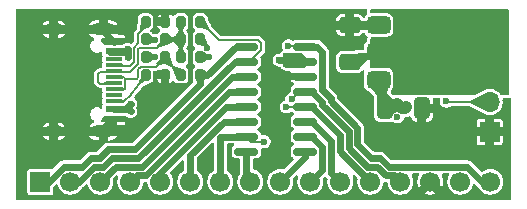
<source format=gtl>
G04 #@! TF.GenerationSoftware,KiCad,Pcbnew,9.0.3*
G04 #@! TF.CreationDate,2025-08-03T15:24:15-04:00*
G04 #@! TF.ProjectId,CH32V003A4M6,43483332-5630-4303-9341-344d362e6b69,rev?*
G04 #@! TF.SameCoordinates,Original*
G04 #@! TF.FileFunction,Copper,L1,Top*
G04 #@! TF.FilePolarity,Positive*
%FSLAX46Y46*%
G04 Gerber Fmt 4.6, Leading zero omitted, Abs format (unit mm)*
G04 Created by KiCad (PCBNEW 9.0.3) date 2025-08-03 15:24:15*
%MOMM*%
%LPD*%
G01*
G04 APERTURE LIST*
G04 Aperture macros list*
%AMRoundRect*
0 Rectangle with rounded corners*
0 $1 Rounding radius*
0 $2 $3 $4 $5 $6 $7 $8 $9 X,Y pos of 4 corners*
0 Add a 4 corners polygon primitive as box body*
4,1,4,$2,$3,$4,$5,$6,$7,$8,$9,$2,$3,0*
0 Add four circle primitives for the rounded corners*
1,1,$1+$1,$2,$3*
1,1,$1+$1,$4,$5*
1,1,$1+$1,$6,$7*
1,1,$1+$1,$8,$9*
0 Add four rect primitives between the rounded corners*
20,1,$1+$1,$2,$3,$4,$5,0*
20,1,$1+$1,$4,$5,$6,$7,0*
20,1,$1+$1,$6,$7,$8,$9,0*
20,1,$1+$1,$8,$9,$2,$3,0*%
G04 Aperture macros list end*
G04 #@! TA.AperFunction,ComponentPad*
%ADD10R,1.700000X1.700000*%
G04 #@! TD*
G04 #@! TA.AperFunction,ComponentPad*
%ADD11O,1.700000X1.700000*%
G04 #@! TD*
G04 #@! TA.AperFunction,SMDPad,CuDef*
%ADD12RoundRect,0.250000X-0.412500X-0.650000X0.412500X-0.650000X0.412500X0.650000X-0.412500X0.650000X0*%
G04 #@! TD*
G04 #@! TA.AperFunction,SMDPad,CuDef*
%ADD13R,1.450000X0.600000*%
G04 #@! TD*
G04 #@! TA.AperFunction,SMDPad,CuDef*
%ADD14R,1.450000X0.300000*%
G04 #@! TD*
G04 #@! TA.AperFunction,ComponentPad*
%ADD15O,2.100000X1.000000*%
G04 #@! TD*
G04 #@! TA.AperFunction,ComponentPad*
%ADD16O,1.600000X1.000000*%
G04 #@! TD*
G04 #@! TA.AperFunction,SMDPad,CuDef*
%ADD17RoundRect,0.150000X-0.850000X-0.150000X0.850000X-0.150000X0.850000X0.150000X-0.850000X0.150000X0*%
G04 #@! TD*
G04 #@! TA.AperFunction,ComponentPad*
%ADD18C,1.700000*%
G04 #@! TD*
G04 #@! TA.AperFunction,SMDPad,CuDef*
%ADD19RoundRect,0.250000X0.650000X-0.412500X0.650000X0.412500X-0.650000X0.412500X-0.650000X-0.412500X0*%
G04 #@! TD*
G04 #@! TA.AperFunction,SMDPad,CuDef*
%ADD20RoundRect,0.200000X-0.200000X-0.275000X0.200000X-0.275000X0.200000X0.275000X-0.200000X0.275000X0*%
G04 #@! TD*
G04 #@! TA.AperFunction,SMDPad,CuDef*
%ADD21RoundRect,0.200000X0.200000X0.275000X-0.200000X0.275000X-0.200000X-0.275000X0.200000X-0.275000X0*%
G04 #@! TD*
G04 #@! TA.AperFunction,SMDPad,CuDef*
%ADD22RoundRect,0.375000X-0.625000X-0.375000X0.625000X-0.375000X0.625000X0.375000X-0.625000X0.375000X0*%
G04 #@! TD*
G04 #@! TA.AperFunction,SMDPad,CuDef*
%ADD23RoundRect,0.500000X-0.500000X-1.400000X0.500000X-1.400000X0.500000X1.400000X-0.500000X1.400000X0*%
G04 #@! TD*
G04 #@! TA.AperFunction,ViaPad*
%ADD24C,0.600000*%
G04 #@! TD*
G04 #@! TA.AperFunction,Conductor*
%ADD25C,0.600000*%
G04 #@! TD*
G04 #@! TA.AperFunction,Conductor*
%ADD26C,1.000000*%
G04 #@! TD*
G04 #@! TA.AperFunction,Conductor*
%ADD27C,0.200000*%
G04 #@! TD*
G04 APERTURE END LIST*
D10*
X167100000Y-124225000D03*
D11*
X167100000Y-121685000D03*
X167100000Y-119145000D03*
D12*
X158237500Y-122250000D03*
X161362500Y-122250000D03*
D13*
X135295000Y-116600000D03*
X135295000Y-117400000D03*
D14*
X135295000Y-118600000D03*
X135295000Y-119600000D03*
X135295000Y-120100000D03*
X135295000Y-121100000D03*
D13*
X135295000Y-122300000D03*
X135295000Y-123100000D03*
X135295000Y-123100000D03*
X135295000Y-122300000D03*
D14*
X135295000Y-121600000D03*
X135295000Y-120600000D03*
X135295000Y-119100000D03*
X135295000Y-118100000D03*
D13*
X135295000Y-117400000D03*
X135295000Y-116600000D03*
D15*
X134380000Y-115530000D03*
D16*
X130200000Y-115530000D03*
D15*
X134380000Y-124170000D03*
D16*
X130200000Y-124170000D03*
D17*
X146500000Y-117005000D03*
X146500000Y-118275000D03*
X146500000Y-119545000D03*
X146500000Y-120815000D03*
X146500000Y-122085000D03*
X146500000Y-123355000D03*
X146500000Y-124625000D03*
X146500000Y-125895000D03*
X151500000Y-125895000D03*
X151500000Y-124625000D03*
X151500000Y-123355000D03*
X151500000Y-122085000D03*
X151500000Y-120815000D03*
X151500000Y-119545000D03*
X151500000Y-118275000D03*
X151500000Y-117005000D03*
D10*
X129070000Y-128450000D03*
D18*
X131610000Y-128450000D03*
X134150000Y-128450000D03*
X136690000Y-128450000D03*
X139230000Y-128450000D03*
X141770000Y-128450000D03*
X144310000Y-128450000D03*
X146850000Y-128450000D03*
X149390000Y-128450000D03*
X151930000Y-128450000D03*
X154470000Y-128450000D03*
X157010000Y-128450000D03*
X159550000Y-128450000D03*
X162090000Y-128450000D03*
X164630000Y-128450000D03*
X167170000Y-128450000D03*
D19*
X155250000Y-118312500D03*
X155250000Y-115187500D03*
D20*
X140950000Y-114903936D03*
X142600000Y-114903936D03*
D21*
X139618933Y-116392409D03*
X137968933Y-116392409D03*
D20*
X140950000Y-116401968D03*
X142600000Y-116401968D03*
D21*
X139618933Y-117895220D03*
X137968933Y-117895220D03*
D22*
X157700000Y-115200000D03*
X157700000Y-117500000D03*
D23*
X164000000Y-117500000D03*
D22*
X157700000Y-119800000D03*
D20*
X140950000Y-119398032D03*
X142600000Y-119398032D03*
X140950000Y-117900000D03*
X142600000Y-117900000D03*
X137968933Y-119398031D03*
X139618933Y-119398031D03*
X137968933Y-114889598D03*
X139618933Y-114889598D03*
D24*
X143057792Y-129484503D03*
X140520835Y-129484503D03*
X132909964Y-129484503D03*
X155750000Y-119800000D03*
X153050000Y-115100000D03*
X155700000Y-116800000D03*
X145594749Y-129484503D03*
X158450000Y-124350000D03*
X142950000Y-126800000D03*
X155742577Y-129484503D03*
X146150000Y-114300000D03*
X154100000Y-116600000D03*
X148250000Y-126350000D03*
X150668663Y-129484503D03*
X163550000Y-123850000D03*
X145450000Y-127150000D03*
X156050000Y-121650000D03*
X154350000Y-119800000D03*
X149750000Y-120500000D03*
X139550000Y-121550000D03*
X148400000Y-119500000D03*
X160816491Y-129484503D03*
X163500000Y-125750000D03*
X163353448Y-129484503D03*
X137983878Y-129484503D03*
X144650000Y-114350000D03*
X153205620Y-129484503D03*
X148131706Y-129484503D03*
X130550000Y-129600000D03*
X138300000Y-121600000D03*
X148450000Y-120500000D03*
X149800000Y-119550000D03*
X140300000Y-120650000D03*
X155050000Y-120850000D03*
X147500000Y-114350000D03*
X150450000Y-114300000D03*
X165890405Y-129484503D03*
X163500000Y-124800000D03*
X151950000Y-114350000D03*
X149350000Y-126350000D03*
X156950000Y-124300000D03*
X158279534Y-129484503D03*
X135446921Y-129484503D03*
X138700000Y-120600000D03*
X148900000Y-114350000D03*
X160250000Y-124350000D03*
X159300000Y-122950000D03*
X159250000Y-121850000D03*
X136700000Y-122500000D03*
X136722000Y-121850000D03*
X160050000Y-122100000D03*
X136445000Y-117250000D03*
X136445000Y-117850000D03*
X162950000Y-114350000D03*
X149900000Y-117800000D03*
X149300000Y-118150000D03*
X164000000Y-120500000D03*
X159850000Y-116050000D03*
X160800000Y-114350000D03*
X159900000Y-120400000D03*
X161800000Y-118150000D03*
X161750000Y-120450000D03*
X165822500Y-120422500D03*
X161950000Y-116000000D03*
X164900000Y-114400000D03*
X166050000Y-115600000D03*
X166050000Y-117550000D03*
X168300000Y-115600000D03*
X159900000Y-118150000D03*
X168200000Y-117450000D03*
X149900000Y-118500000D03*
X143350000Y-117900000D03*
X160750000Y-119250000D03*
X160900000Y-117050000D03*
X167200000Y-116600000D03*
X167100000Y-114450000D03*
X148000000Y-125050000D03*
X163450000Y-121650000D03*
X149900000Y-122100000D03*
X138782007Y-116484043D03*
X150346478Y-121443854D03*
X138791933Y-117900000D03*
X150050000Y-116950000D03*
X143211494Y-117147823D03*
D25*
X134945000Y-123150000D02*
X135245000Y-123150000D01*
X135245000Y-123150000D02*
X135295000Y-123100000D01*
X135150000Y-123100000D02*
X134380000Y-123870000D01*
X134380000Y-123870000D02*
X134380000Y-124170000D01*
X135295000Y-123100000D02*
X135150000Y-123100000D01*
X135295000Y-116600000D02*
X134275000Y-115580000D01*
X134275000Y-115580000D02*
X134030000Y-115580000D01*
X135295000Y-117400000D02*
X136350000Y-117400000D01*
X136500000Y-122300000D02*
X135295000Y-122300000D01*
D26*
X158237500Y-122250000D02*
X158850000Y-122250000D01*
D25*
X136722000Y-121850000D02*
X136272000Y-122300000D01*
X136700000Y-122500000D02*
X136500000Y-122300000D01*
X136445000Y-117250000D02*
X136245000Y-117450000D01*
X136272000Y-122300000D02*
X135295000Y-122300000D01*
X136350000Y-117400000D02*
X136445000Y-117495000D01*
D26*
X160050000Y-122100000D02*
X159900000Y-122250000D01*
X159900000Y-122250000D02*
X159650000Y-122250000D01*
X159650000Y-122250000D02*
X159250000Y-121850000D01*
D25*
X158237500Y-122250000D02*
X157700000Y-119800000D01*
X136445000Y-117495000D02*
X136445000Y-117850000D01*
X136245000Y-117450000D02*
X134945000Y-117450000D01*
D26*
X158850000Y-122250000D02*
X159250000Y-121850000D01*
D25*
X149900000Y-117800000D02*
X151025000Y-117800000D01*
X151275000Y-118500000D02*
X151500000Y-118275000D01*
X151375000Y-118150000D02*
X151500000Y-118275000D01*
X149300000Y-118150000D02*
X151375000Y-118150000D01*
X155250000Y-118312500D02*
X157700000Y-117500000D01*
X151025000Y-117800000D02*
X151500000Y-118275000D01*
X149900000Y-118500000D02*
X151275000Y-118500000D01*
D27*
X142600000Y-117900000D02*
X143350000Y-117900000D01*
X136972000Y-118328000D02*
X136972000Y-117114138D01*
X137340933Y-116745205D02*
X137340933Y-115934585D01*
X134945000Y-118650000D02*
X136650000Y-118650000D01*
X136650000Y-118650000D02*
X136972000Y-118328000D01*
X137340933Y-115934585D02*
X137586109Y-115689409D01*
X137586109Y-115689409D02*
X137586109Y-115663891D01*
X136972000Y-117114138D02*
X137340933Y-116745205D01*
X137586109Y-115663891D02*
X137968933Y-115281067D01*
X137968933Y-115281067D02*
X137968933Y-114889598D01*
X137340933Y-118940207D02*
X137340933Y-119609067D01*
X139618933Y-118066965D02*
X140950000Y-119398032D01*
X136220000Y-120600000D02*
X135295000Y-120600000D01*
X138819122Y-118695031D02*
X137586109Y-118695031D01*
X137228000Y-119722000D02*
X136248000Y-119722000D01*
X137340933Y-119609067D02*
X137228000Y-119722000D01*
X139618933Y-117895220D02*
X138819122Y-118695031D01*
X135700000Y-120650000D02*
X134945000Y-120650000D01*
X139618933Y-117895220D02*
X139618933Y-118066965D01*
X136126000Y-119600000D02*
X136248000Y-119722000D01*
X137586109Y-118695031D02*
X137340933Y-118940207D01*
X136248000Y-119722000D02*
X136248000Y-120572000D01*
X135295000Y-119600000D02*
X136126000Y-119600000D01*
X136248000Y-120572000D02*
X136220000Y-120600000D01*
X138911342Y-117100000D02*
X137450000Y-117100000D01*
X140940441Y-116392409D02*
X140950000Y-116401968D01*
X134150000Y-119150000D02*
X133968000Y-119332000D01*
X140950000Y-117900000D02*
X140950000Y-116401968D01*
X136650000Y-119150000D02*
X134150000Y-119150000D01*
X137300000Y-118500000D02*
X136650000Y-119150000D01*
X137300000Y-117250000D02*
X137300000Y-118500000D01*
X134150000Y-120150000D02*
X134945000Y-120150000D01*
X139618933Y-116392409D02*
X140940441Y-116392409D01*
X133968000Y-119332000D02*
X133968000Y-119968000D01*
X139618933Y-116392409D02*
X138911342Y-117100000D01*
X133968000Y-119968000D02*
X134150000Y-120150000D01*
X137450000Y-117100000D02*
X137300000Y-117250000D01*
X140950000Y-114903936D02*
X140950000Y-116401968D01*
X137250000Y-120350000D02*
X137250000Y-120461862D01*
X137250000Y-120461862D02*
X136700000Y-121011862D01*
X136700000Y-121125296D02*
X136175296Y-121650000D01*
X137966964Y-119633036D02*
X137250000Y-120350000D01*
X136700000Y-121011862D02*
X136700000Y-121125296D01*
X137966964Y-119400000D02*
X137966964Y-119633036D01*
X136175296Y-121650000D02*
X134945000Y-121650000D01*
X137968933Y-119398031D02*
X137966964Y-119400000D01*
X146925000Y-125050000D02*
X146500000Y-124625000D01*
X148000000Y-125050000D02*
X146925000Y-125050000D01*
D25*
X146500000Y-124625000D02*
X144336279Y-124625000D01*
D27*
X167085000Y-121700000D02*
X167100000Y-121685000D01*
X163450000Y-121650000D02*
X163500000Y-121700000D01*
D25*
X144300000Y-124807286D02*
X144310000Y-124817286D01*
X144310000Y-124817286D02*
X144310000Y-128450000D01*
X144336279Y-124625000D02*
X144300000Y-124661279D01*
X144300000Y-124661279D02*
X144300000Y-124807286D01*
D27*
X163500000Y-121700000D02*
X167085000Y-121700000D01*
D25*
X152928000Y-125501428D02*
X152928000Y-127452000D01*
X151500000Y-124625000D02*
X152051572Y-124625000D01*
X152928000Y-127452000D02*
X151930000Y-128450000D01*
X152051572Y-124625000D02*
X152928000Y-125501428D01*
X142600000Y-120183991D02*
X137067991Y-125716000D01*
X129802635Y-128450000D02*
X129070000Y-128450000D01*
X142651968Y-119450000D02*
X142600000Y-119398032D01*
X142600000Y-119398032D02*
X142600000Y-120183991D01*
X143200000Y-119450000D02*
X142651968Y-119450000D01*
X131080635Y-127172000D02*
X129802635Y-128450000D01*
X145645000Y-117005000D02*
X143200000Y-119450000D01*
X132591088Y-127172000D02*
X131080635Y-127172000D01*
X134096904Y-126444000D02*
X133319087Y-126444000D01*
X132591088Y-127171999D02*
X132591088Y-127172000D01*
X137067991Y-125716000D02*
X134824904Y-125716000D01*
X133319087Y-126444000D02*
X132591088Y-127171999D01*
X134824904Y-125716000D02*
X134096904Y-126444000D01*
X146500000Y-117005000D02*
X145645000Y-117005000D01*
X137671085Y-127172000D02*
X135428000Y-127172000D01*
X145298087Y-119545000D02*
X138399087Y-126444000D01*
X135428000Y-127172000D02*
X134150000Y-128450000D01*
X138399087Y-126444000D02*
X137671085Y-127172000D01*
X146500000Y-119545000D02*
X145298087Y-119545000D01*
X137972635Y-127900000D02*
X137240000Y-127900000D01*
X145057635Y-120815000D02*
X137972635Y-127900000D01*
X137240000Y-127900000D02*
X136690000Y-128450000D01*
X146500000Y-120815000D02*
X145057635Y-120815000D01*
X146500000Y-122085000D02*
X144817183Y-122085000D01*
X139230000Y-127672183D02*
X139230000Y-128450000D01*
X144817183Y-122085000D02*
X139230000Y-127672183D01*
X153700000Y-127680000D02*
X154470000Y-128450000D01*
X153700000Y-125003428D02*
X153700000Y-127680000D01*
X152051572Y-123355000D02*
X153700000Y-125003428D01*
X151500000Y-123355000D02*
X152051572Y-123355000D01*
D27*
X149900000Y-122100000D02*
X149885000Y-122085000D01*
X149885000Y-122085000D02*
X152051572Y-122085000D01*
X137968933Y-116392409D02*
X138690373Y-116392409D01*
D25*
X154450000Y-125890000D02*
X157010000Y-128450000D01*
D27*
X138690373Y-116392409D02*
X138782007Y-116484043D01*
D25*
X154450000Y-124483428D02*
X154450000Y-125890000D01*
X152051572Y-122085000D02*
X154450000Y-124483428D01*
X158288000Y-127920635D02*
X159020635Y-127920635D01*
D27*
X138787153Y-117895220D02*
X138791933Y-117900000D01*
D25*
X152051572Y-120815000D02*
X152928000Y-121691428D01*
X159020635Y-127920635D02*
X159550000Y-128450000D01*
X156761548Y-127172000D02*
X157539365Y-127172000D01*
D27*
X137968933Y-117895220D02*
X138787153Y-117895220D01*
D25*
X152928000Y-121931880D02*
X155178000Y-124181881D01*
D27*
X150975332Y-120815000D02*
X151500000Y-120815000D01*
D25*
X155178000Y-125588452D02*
X156761548Y-127172000D01*
D27*
X150346478Y-121443854D02*
X150975332Y-120815000D01*
D25*
X152928000Y-121691428D02*
X152928000Y-121931880D01*
X155178000Y-124181881D02*
X155178000Y-125588452D01*
X157539365Y-127172000D02*
X158288000Y-127920635D01*
X151500000Y-120815000D02*
X152051572Y-120815000D01*
D27*
X147728000Y-116694272D02*
X147728000Y-117315728D01*
X147483728Y-116450000D02*
X147728000Y-116694272D01*
D25*
X132342635Y-128450000D02*
X131610000Y-128450000D01*
D27*
X144196705Y-116450000D02*
X147483728Y-116450000D01*
X147728000Y-117315728D02*
X146768728Y-118275000D01*
D25*
X135126452Y-126444000D02*
X134398451Y-127172000D01*
X146500000Y-118275000D02*
X145538539Y-118275000D01*
D27*
X146768728Y-118275000D02*
X146500000Y-118275000D01*
X142650641Y-114903936D02*
X144196705Y-116450000D01*
X142600000Y-114903936D02*
X142650641Y-114903936D01*
D25*
X134398451Y-127172000D02*
X133620635Y-127172000D01*
X137369538Y-126444000D02*
X135126452Y-126444000D01*
X133620635Y-127172000D02*
X132342635Y-128450000D01*
X145538539Y-118275000D02*
X137369538Y-126444000D01*
X144576731Y-123355000D02*
X141770000Y-126161731D01*
X146500000Y-123355000D02*
X144576731Y-123355000D01*
X141770000Y-126161731D02*
X141770000Y-128450000D01*
D27*
X143211494Y-117147823D02*
X143211494Y-117013462D01*
D25*
X152928000Y-120661880D02*
X153656000Y-121389881D01*
D27*
X150050000Y-116950000D02*
X151445000Y-116950000D01*
D25*
X157840913Y-126444000D02*
X158568913Y-127172000D01*
X153656000Y-121630332D02*
X155906000Y-123880334D01*
D27*
X151445000Y-116950000D02*
X151500000Y-117005000D01*
D25*
X155906000Y-125286904D02*
X157063096Y-126444000D01*
X152499999Y-117005000D02*
X152928000Y-117433001D01*
X155906000Y-123880334D02*
X155906000Y-125286904D01*
X151500000Y-117005000D02*
X152499999Y-117005000D01*
X152928000Y-117433001D02*
X152928000Y-120661880D01*
X153656000Y-121389881D02*
X153656000Y-121630332D01*
X158568913Y-127172000D02*
X165172000Y-127172000D01*
X165172000Y-127172000D02*
X166450000Y-128450000D01*
X166450000Y-128450000D02*
X167170000Y-128450000D01*
X157063096Y-126444000D02*
X157840913Y-126444000D01*
D27*
X143211494Y-117013462D02*
X142600000Y-116401968D01*
D25*
X151500000Y-125895000D02*
X151500000Y-126340000D01*
X151500000Y-126340000D02*
X149390000Y-128450000D01*
X146500000Y-128100000D02*
X146850000Y-128450000D01*
X146500000Y-125895000D02*
X146500000Y-128100000D01*
G04 #@! TA.AperFunction,Conductor*
G36*
X158831118Y-121422708D02*
G01*
X159638531Y-121596895D01*
X159701022Y-121610377D01*
X159708387Y-121615472D01*
X159709992Y-121624281D01*
X159706828Y-121630087D01*
X159014904Y-122322011D01*
X158904460Y-122750018D01*
X158899075Y-122757173D01*
X158890208Y-122758424D01*
X158885930Y-122756316D01*
X158553503Y-122496666D01*
X158245593Y-122256166D01*
X158241182Y-122248372D01*
X158243247Y-122240182D01*
X158819108Y-121427381D01*
X158826686Y-121422613D01*
X158831118Y-121422708D01*
G37*
G04 #@! TD.AperFunction*
G04 #@! TA.AperFunction,Conductor*
G36*
X166633560Y-120986906D02*
G01*
X167096640Y-121678490D01*
X167098395Y-121687271D01*
X167096640Y-121691510D01*
X166633446Y-122383264D01*
X166625995Y-122388231D01*
X166618589Y-122387267D01*
X165422898Y-121803206D01*
X165416968Y-121796496D01*
X165416333Y-121792693D01*
X165416333Y-121607145D01*
X165419760Y-121598872D01*
X165422687Y-121596738D01*
X166618498Y-120983006D01*
X166627421Y-120982278D01*
X166633560Y-120986906D01*
G37*
G04 #@! TD.AperFunction*
G04 #@! TA.AperFunction,Conductor*
G36*
X135286318Y-120098549D02*
G01*
X135293991Y-120103163D01*
X135296278Y-120109786D01*
X135299930Y-120237967D01*
X135296740Y-120246334D01*
X135288568Y-120249995D01*
X135288235Y-120250000D01*
X134431700Y-120250000D01*
X134423427Y-120246573D01*
X134420000Y-120238300D01*
X134420000Y-120057980D01*
X134423427Y-120049707D01*
X134427430Y-120047087D01*
X134567090Y-119992334D01*
X134573090Y-119991657D01*
X135286318Y-120098549D01*
G37*
G04 #@! TD.AperFunction*
G04 #@! TA.AperFunction,Conductor*
G36*
X141051318Y-115530395D02*
G01*
X141053323Y-115533077D01*
X141330403Y-116042394D01*
X141331346Y-116051299D01*
X141328029Y-116056612D01*
X140957904Y-116395726D01*
X140949489Y-116398788D01*
X140942096Y-116395726D01*
X140571970Y-116056612D01*
X140568185Y-116048496D01*
X140569596Y-116042394D01*
X140846677Y-115533077D01*
X140853641Y-115527447D01*
X140856955Y-115526968D01*
X141043045Y-115526968D01*
X141051318Y-115530395D01*
G37*
G04 #@! TD.AperFunction*
G04 #@! TA.AperFunction,Conductor*
G36*
X138346198Y-116023549D02*
G01*
X138805863Y-116369151D01*
X138810416Y-116376862D01*
X138808184Y-116385534D01*
X138807105Y-116386776D01*
X138675681Y-116518200D01*
X138674690Y-116519084D01*
X138319373Y-116801656D01*
X138310765Y-116804124D01*
X138303045Y-116799919D01*
X138072704Y-116519084D01*
X137974907Y-116399848D01*
X137972311Y-116391279D01*
X137975630Y-116384208D01*
X138330846Y-116024677D01*
X138339096Y-116021201D01*
X138346198Y-116023549D01*
G37*
G04 #@! TD.AperFunction*
G04 #@! TA.AperFunction,Conductor*
G36*
X142608614Y-119405115D02*
G01*
X142969103Y-119760245D01*
X142972592Y-119768492D01*
X142972021Y-119772191D01*
X142755064Y-120440914D01*
X142749251Y-120447725D01*
X142740324Y-120448432D01*
X142735662Y-120445576D01*
X142326664Y-120036578D01*
X142324016Y-120032504D01*
X142221279Y-119765317D01*
X142218088Y-119757017D01*
X142218318Y-119748067D01*
X142221114Y-119744186D01*
X142592513Y-119404812D01*
X142600930Y-119401762D01*
X142608614Y-119405115D01*
G37*
G04 #@! TD.AperFunction*
G04 #@! TA.AperFunction,Conductor*
G36*
X142997942Y-116250859D02*
G01*
X143004120Y-116257341D01*
X143004157Y-116257437D01*
X143305539Y-117058184D01*
X143305246Y-117067134D01*
X143298710Y-117073255D01*
X143294589Y-117074005D01*
X143113311Y-117074005D01*
X143109765Y-117073455D01*
X142502274Y-116880225D01*
X142495428Y-116874451D01*
X142494410Y-116866487D01*
X142598621Y-116407046D01*
X142603793Y-116399736D01*
X142605812Y-116398721D01*
X142988991Y-116250645D01*
X142997942Y-116250859D01*
G37*
G04 #@! TD.AperFunction*
G04 #@! TA.AperFunction,Conductor*
G36*
X158192476Y-120641811D02*
G01*
X158195614Y-120644761D01*
X158717044Y-121358214D01*
X158719159Y-121366916D01*
X158717869Y-121370721D01*
X158245132Y-122237376D01*
X158238162Y-122242998D01*
X158229258Y-122242044D01*
X158226662Y-122240120D01*
X157578679Y-121603613D01*
X157575178Y-121595371D01*
X157575186Y-121594844D01*
X157604726Y-120776237D01*
X157608448Y-120768096D01*
X157613907Y-120765235D01*
X158183663Y-120640237D01*
X158192476Y-120641811D01*
G37*
G04 #@! TD.AperFunction*
G04 #@! TA.AperFunction,Conductor*
G36*
X142961037Y-117506522D02*
G01*
X143345347Y-117796489D01*
X143349887Y-117804208D01*
X143350000Y-117805829D01*
X143350000Y-117994170D01*
X143346573Y-118002443D01*
X143345347Y-118003510D01*
X142961037Y-118293477D01*
X142952369Y-118295724D01*
X142945223Y-118291884D01*
X142605843Y-117907746D01*
X142602934Y-117899278D01*
X142605844Y-117892253D01*
X142682198Y-117805829D01*
X142945224Y-117508113D01*
X142953268Y-117504184D01*
X142961037Y-117506522D01*
G37*
G04 #@! TD.AperFunction*
G04 #@! TA.AperFunction,Conductor*
G36*
X136022910Y-118492334D02*
G01*
X136162570Y-118547087D01*
X136169022Y-118553297D01*
X136170000Y-118557980D01*
X136170000Y-118738300D01*
X136166573Y-118746573D01*
X136158300Y-118750000D01*
X135301765Y-118750000D01*
X135293492Y-118746573D01*
X135290065Y-118738300D01*
X135290070Y-118737967D01*
X135293721Y-118609786D01*
X135297382Y-118601614D01*
X135303679Y-118598549D01*
X136016909Y-118491657D01*
X136022910Y-118492334D01*
G37*
G04 #@! TD.AperFunction*
G04 #@! TA.AperFunction,Conductor*
G36*
X136023084Y-119477207D02*
G01*
X136211482Y-119553763D01*
X136217856Y-119560052D01*
X136217916Y-119569007D01*
X136215350Y-119572875D01*
X136087058Y-119701167D01*
X136085656Y-119702364D01*
X136024186Y-119746962D01*
X136015477Y-119749047D01*
X136014936Y-119748948D01*
X135354987Y-119611897D01*
X135347583Y-119606859D01*
X135345910Y-119598062D01*
X135350948Y-119590658D01*
X135355404Y-119588906D01*
X136016721Y-119476511D01*
X136023084Y-119477207D01*
G37*
G04 #@! TD.AperFunction*
G04 #@! TA.AperFunction,Conductor*
G36*
X136022981Y-120450993D02*
G01*
X136162000Y-120497333D01*
X136168765Y-120503201D01*
X136170000Y-120508433D01*
X136170000Y-120691566D01*
X136166573Y-120699839D01*
X136162000Y-120702666D01*
X136022984Y-120749005D01*
X136016917Y-120749363D01*
X135349455Y-120611457D01*
X135342047Y-120606428D01*
X135340365Y-120597633D01*
X135345395Y-120590224D01*
X135349455Y-120588542D01*
X136016920Y-120450636D01*
X136022981Y-120450993D01*
G37*
G04 #@! TD.AperFunction*
G04 #@! TA.AperFunction,Conductor*
G36*
X142916168Y-118964284D02*
G01*
X143128139Y-119095733D01*
X143130246Y-119097403D01*
X143541119Y-119508276D01*
X143544546Y-119516549D01*
X143541119Y-119524822D01*
X143537282Y-119527376D01*
X142987877Y-119752469D01*
X142978922Y-119752434D01*
X142975453Y-119750191D01*
X142606707Y-119405666D01*
X142603002Y-119397514D01*
X142605100Y-119390421D01*
X142900409Y-118967527D01*
X142907956Y-118962707D01*
X142916168Y-118964284D01*
G37*
G04 #@! TD.AperFunction*
G04 #@! TA.AperFunction,Conductor*
G36*
X138329828Y-117500918D02*
G01*
X138763747Y-117791744D01*
X138768711Y-117799197D01*
X138768933Y-117801463D01*
X138768933Y-117988976D01*
X138765506Y-117997249D01*
X138763747Y-117998695D01*
X138329830Y-118289520D01*
X138321050Y-118291279D01*
X138314548Y-118287548D01*
X137974777Y-117902967D01*
X137971867Y-117894498D01*
X137974777Y-117887473D01*
X138314549Y-117502890D01*
X138322594Y-117498960D01*
X138329828Y-117500918D01*
G37*
G04 #@! TD.AperFunction*
G04 #@! TA.AperFunction,Conductor*
G36*
X140957902Y-116408208D02*
G01*
X141328029Y-116747323D01*
X141331814Y-116755439D01*
X141330403Y-116761541D01*
X141053323Y-117270859D01*
X141046359Y-117276489D01*
X141043045Y-117276968D01*
X140856955Y-117276968D01*
X140848682Y-117273541D01*
X140846677Y-117270859D01*
X140569596Y-116761541D01*
X140568653Y-116752636D01*
X140571968Y-116747325D01*
X140942097Y-116408208D01*
X140950511Y-116405147D01*
X140957902Y-116408208D01*
G37*
G04 #@! TD.AperFunction*
G04 #@! TA.AperFunction,Conductor*
G36*
X139229549Y-116231094D02*
G01*
X139613777Y-116389288D01*
X139620122Y-116395606D01*
X139620818Y-116397932D01*
X139707782Y-116857700D01*
X139705953Y-116866465D01*
X139700354Y-116870844D01*
X139042374Y-117114815D01*
X139033425Y-117114478D01*
X139030033Y-117112118D01*
X138899545Y-116981630D01*
X138896118Y-116973357D01*
X138897082Y-116968707D01*
X138930625Y-116891378D01*
X138937058Y-116885156D01*
X138938302Y-116884744D01*
X138947016Y-116882410D01*
X139044498Y-116826128D01*
X139124092Y-116746534D01*
X139180374Y-116649052D01*
X139209507Y-116540324D01*
X139209507Y-116427762D01*
X139180864Y-116320861D01*
X139181430Y-116313180D01*
X139214364Y-116237256D01*
X139220799Y-116231032D01*
X139229549Y-116231094D01*
G37*
G04 #@! TD.AperFunction*
G04 #@! TA.AperFunction,Conductor*
G36*
X136022910Y-121492334D02*
G01*
X136162570Y-121547087D01*
X136169022Y-121553297D01*
X136170000Y-121557980D01*
X136170000Y-121738300D01*
X136166573Y-121746573D01*
X136158300Y-121750000D01*
X135301765Y-121750000D01*
X135293492Y-121746573D01*
X135290065Y-121738300D01*
X135290070Y-121737967D01*
X135293721Y-121609786D01*
X135297382Y-121601614D01*
X135303679Y-121598549D01*
X136016909Y-121491657D01*
X136022910Y-121492334D01*
G37*
G04 #@! TD.AperFunction*
G04 #@! TA.AperFunction,Conductor*
G36*
X137582524Y-114801713D02*
G01*
X137963978Y-114887616D01*
X137971296Y-114892776D01*
X137972050Y-114894169D01*
X138181337Y-115352443D01*
X138181656Y-115361392D01*
X138177383Y-115366903D01*
X137681305Y-115712551D01*
X137672558Y-115714469D01*
X137666343Y-115711224D01*
X137535509Y-115580390D01*
X137532082Y-115572117D01*
X137532095Y-115571560D01*
X137568269Y-114812569D01*
X137572086Y-114804470D01*
X137580513Y-114801441D01*
X137582524Y-114801713D01*
G37*
G04 #@! TD.AperFunction*
G04 #@! TA.AperFunction,Conductor*
G36*
X143004839Y-114739209D02*
G01*
X143337709Y-115445647D01*
X143338135Y-115454592D01*
X143335398Y-115458907D01*
X143204836Y-115589469D01*
X143196563Y-115592896D01*
X143193004Y-115592342D01*
X142534156Y-115381986D01*
X142527318Y-115376205D01*
X142526157Y-115369025D01*
X142598296Y-114909576D01*
X142602963Y-114901938D01*
X142605180Y-114900668D01*
X142989589Y-114733466D01*
X142998542Y-114733310D01*
X143004839Y-114739209D01*
G37*
G04 #@! TD.AperFunction*
G04 #@! TA.AperFunction,Conductor*
G36*
X140607114Y-116005472D02*
G01*
X140944227Y-116394159D01*
X140947059Y-116402653D01*
X140944084Y-116409651D01*
X140601646Y-116790121D01*
X140593565Y-116793978D01*
X140586329Y-116791940D01*
X140425680Y-116681657D01*
X140155078Y-116495894D01*
X140150197Y-116488386D01*
X140150000Y-116486248D01*
X140150000Y-116298736D01*
X140153427Y-116290463D01*
X140155295Y-116288945D01*
X140591871Y-116003348D01*
X140600670Y-116001687D01*
X140607114Y-116005472D01*
G37*
G04 #@! TD.AperFunction*
G04 #@! TA.AperFunction,Conductor*
G36*
X139229549Y-117733905D02*
G01*
X139613777Y-117892099D01*
X139620122Y-117898417D01*
X139620818Y-117900743D01*
X139707782Y-118360511D01*
X139705953Y-118369276D01*
X139700354Y-118373655D01*
X139042374Y-118617626D01*
X139033425Y-118617289D01*
X139030033Y-118614929D01*
X138899545Y-118484441D01*
X138896118Y-118476168D01*
X138897082Y-118471518D01*
X138975749Y-118290162D01*
X138980627Y-118284692D01*
X139054424Y-118242085D01*
X139134018Y-118162491D01*
X139190300Y-118065009D01*
X139219433Y-117956281D01*
X139219433Y-117843719D01*
X139201385Y-117776361D01*
X139201951Y-117768683D01*
X139214364Y-117740067D01*
X139220800Y-117733843D01*
X139229549Y-117733905D01*
G37*
G04 #@! TD.AperFunction*
G04 #@! TA.AperFunction,Conductor*
G36*
X140016352Y-117764112D02*
G01*
X140022240Y-117770859D01*
X140022372Y-117771280D01*
X140253944Y-118555855D01*
X140253000Y-118564760D01*
X140250996Y-118567440D01*
X140120581Y-118697855D01*
X140112308Y-118701282D01*
X140106868Y-118699940D01*
X139487580Y-118374672D01*
X139481849Y-118367791D01*
X139481790Y-118361032D01*
X139616513Y-117900369D01*
X139622124Y-117893392D01*
X139624005Y-117892567D01*
X140007418Y-117763503D01*
X140016352Y-117764112D01*
G37*
G04 #@! TD.AperFunction*
G04 #@! TA.AperFunction,Conductor*
G36*
X139979828Y-115998107D02*
G01*
X140413747Y-116288933D01*
X140418711Y-116296386D01*
X140418933Y-116298652D01*
X140418933Y-116486165D01*
X140415506Y-116494438D01*
X140413747Y-116495884D01*
X139979830Y-116786709D01*
X139971050Y-116788468D01*
X139964548Y-116784737D01*
X139624777Y-116400156D01*
X139621867Y-116391687D01*
X139624777Y-116384662D01*
X139964549Y-116000079D01*
X139972594Y-115996149D01*
X139979828Y-115998107D01*
G37*
G04 #@! TD.AperFunction*
G04 #@! TA.AperFunction,Conductor*
G36*
X140957902Y-114910176D02*
G01*
X141328029Y-115249291D01*
X141331814Y-115257407D01*
X141330403Y-115263509D01*
X141053323Y-115772827D01*
X141046359Y-115778457D01*
X141043045Y-115778936D01*
X140856955Y-115778936D01*
X140848682Y-115775509D01*
X140846677Y-115772827D01*
X140569596Y-115263509D01*
X140568653Y-115254604D01*
X140571968Y-115249293D01*
X140942097Y-114910176D01*
X140950511Y-114907115D01*
X140957902Y-114910176D01*
G37*
G04 #@! TD.AperFunction*
G04 #@! TA.AperFunction,Conductor*
G36*
X137583578Y-119278265D02*
G01*
X137963881Y-119395548D01*
X137970776Y-119401259D01*
X137971537Y-119403044D01*
X138124383Y-119863946D01*
X138123735Y-119872878D01*
X138119090Y-119877784D01*
X137529560Y-120215180D01*
X137520677Y-120216315D01*
X137515475Y-120213298D01*
X137384981Y-120082804D01*
X137381554Y-120074531D01*
X137381861Y-120071869D01*
X137436820Y-119837394D01*
X137439934Y-119831798D01*
X137533798Y-119737935D01*
X137568433Y-119654320D01*
X137568433Y-119289446D01*
X137571860Y-119281173D01*
X137580133Y-119277746D01*
X137583578Y-119278265D01*
G37*
G04 #@! TD.AperFunction*
G04 #@! TA.AperFunction,Conductor*
G36*
X141051318Y-117028427D02*
G01*
X141053323Y-117031109D01*
X141330403Y-117540426D01*
X141331346Y-117549331D01*
X141328029Y-117554644D01*
X140957904Y-117893758D01*
X140949489Y-117896820D01*
X140942096Y-117893758D01*
X140571970Y-117554644D01*
X140568185Y-117546528D01*
X140569596Y-117540426D01*
X140846677Y-117031109D01*
X140853641Y-117025479D01*
X140856955Y-117025000D01*
X141043045Y-117025000D01*
X141051318Y-117028427D01*
G37*
G04 #@! TD.AperFunction*
G04 #@! TA.AperFunction,Conductor*
G36*
X157708733Y-119805167D02*
G01*
X158315667Y-120221908D01*
X158596375Y-120414653D01*
X158601255Y-120422161D01*
X158600769Y-120428237D01*
X158320471Y-121212188D01*
X158314459Y-121218825D01*
X158311961Y-121219677D01*
X157739342Y-121345303D01*
X157730527Y-121343729D01*
X157727688Y-121341170D01*
X157102542Y-120557320D01*
X157100063Y-120548715D01*
X157102564Y-120542702D01*
X157692990Y-119807486D01*
X157700842Y-119803182D01*
X157708733Y-119805167D01*
G37*
G04 #@! TD.AperFunction*
G04 #@! TA.AperFunction,Conductor*
G36*
X156683738Y-117524236D02*
G01*
X156687290Y-117529489D01*
X156870786Y-118082798D01*
X156870138Y-118091729D01*
X156867308Y-118095353D01*
X156155607Y-118707190D01*
X156147100Y-118709985D01*
X156143240Y-118709015D01*
X155254860Y-118315387D01*
X155248685Y-118308902D01*
X155248047Y-118306538D01*
X155145001Y-117662453D01*
X155147078Y-117653743D01*
X155154706Y-117649052D01*
X155155571Y-117648946D01*
X156675207Y-117521513D01*
X156683738Y-117524236D01*
G37*
G04 #@! TD.AperFunction*
G04 #@! TA.AperFunction,Conductor*
G36*
X140373438Y-118675624D02*
G01*
X141031421Y-118919597D01*
X141037985Y-118925685D01*
X141038848Y-118932740D01*
X140951885Y-119392508D01*
X140946980Y-119400001D01*
X140944843Y-119401153D01*
X140560618Y-119559345D01*
X140551664Y-119559326D01*
X140545430Y-119553182D01*
X140228150Y-118821736D01*
X140228003Y-118812785D01*
X140230610Y-118808812D01*
X140361101Y-118678321D01*
X140369373Y-118674895D01*
X140373438Y-118675624D01*
G37*
G04 #@! TD.AperFunction*
G04 #@! TA.AperFunction,Conductor*
G36*
X168693039Y-113822185D02*
G01*
X168738794Y-113874989D01*
X168750000Y-113926500D01*
X168750000Y-120976000D01*
X168730315Y-121043039D01*
X168677511Y-121088794D01*
X168626000Y-121100000D01*
X168098447Y-121100000D01*
X168031408Y-121080315D01*
X167998129Y-121048886D01*
X167945174Y-120976000D01*
X167939414Y-120968072D01*
X167816928Y-120845586D01*
X167676788Y-120743768D01*
X167522445Y-120665127D01*
X167357701Y-120611598D01*
X167357699Y-120611597D01*
X167357698Y-120611597D01*
X167226271Y-120590781D01*
X167186611Y-120584500D01*
X167013389Y-120584500D01*
X166973728Y-120590781D01*
X166842302Y-120611597D01*
X166677552Y-120665128D01*
X166523205Y-120743771D01*
X166519056Y-120746314D01*
X166518759Y-120745829D01*
X166506944Y-120752317D01*
X166507252Y-120752916D01*
X165857640Y-121086319D01*
X165801021Y-121100000D01*
X163524341Y-121100000D01*
X163522475Y-121099500D01*
X163377525Y-121099500D01*
X163375659Y-121100000D01*
X161834167Y-121100000D01*
X161826188Y-121099572D01*
X161826183Y-121099678D01*
X161822879Y-121099500D01*
X161822873Y-121099500D01*
X161822866Y-121099500D01*
X160902129Y-121099500D01*
X160898805Y-121099679D01*
X160898799Y-121099573D01*
X160890837Y-121100000D01*
X159326431Y-121100000D01*
X159323917Y-121099500D01*
X159176082Y-121099500D01*
X159173568Y-121100000D01*
X158907753Y-121100000D01*
X158840714Y-121080315D01*
X158807641Y-121049168D01*
X158748371Y-120968072D01*
X158740619Y-120957465D01*
X158716955Y-120891727D01*
X158723970Y-120842556D01*
X158822519Y-120566931D01*
X158832537Y-120545579D01*
X158903618Y-120425390D01*
X158947709Y-120273627D01*
X158950500Y-120238163D01*
X158950499Y-119361838D01*
X158947709Y-119326373D01*
X158903618Y-119174610D01*
X158823170Y-119038580D01*
X158823168Y-119038578D01*
X158823165Y-119038574D01*
X158711425Y-118926834D01*
X158711416Y-118926827D01*
X158575390Y-118846382D01*
X158575385Y-118846380D01*
X158423633Y-118802292D01*
X158423620Y-118802290D01*
X158388170Y-118799500D01*
X157124000Y-118799500D01*
X157056961Y-118779815D01*
X157011206Y-118727011D01*
X157000000Y-118675500D01*
X157000000Y-116324499D01*
X157019685Y-116257460D01*
X157072489Y-116211705D01*
X157123995Y-116200499D01*
X158388162Y-116200499D01*
X158423627Y-116197709D01*
X158575390Y-116153618D01*
X158711420Y-116073170D01*
X158823170Y-115961420D01*
X158903618Y-115825390D01*
X158947709Y-115673627D01*
X158950500Y-115638163D01*
X158950499Y-114761838D01*
X158947709Y-114726373D01*
X158903618Y-114574610D01*
X158823170Y-114438580D01*
X158823168Y-114438578D01*
X158823165Y-114438574D01*
X158711425Y-114326834D01*
X158711416Y-114326827D01*
X158575390Y-114246382D01*
X158575385Y-114246380D01*
X158423633Y-114202292D01*
X158423620Y-114202290D01*
X158388170Y-114199500D01*
X157124000Y-114199500D01*
X157115314Y-114196949D01*
X157106353Y-114198238D01*
X157082312Y-114187259D01*
X157056961Y-114179815D01*
X157051033Y-114172974D01*
X157042797Y-114169213D01*
X157028507Y-114146978D01*
X157011206Y-114127011D01*
X157008918Y-114116496D01*
X157005023Y-114110435D01*
X157000000Y-114075500D01*
X157000000Y-113926500D01*
X157019685Y-113859461D01*
X157072489Y-113813706D01*
X157124000Y-113802500D01*
X168626000Y-113802500D01*
X168693039Y-113822185D01*
G37*
G04 #@! TD.AperFunction*
G04 #@! TA.AperFunction,Conductor*
G36*
X156687539Y-113822185D02*
G01*
X156733294Y-113874989D01*
X156744500Y-113926500D01*
X156744500Y-114075500D01*
X156747101Y-114111862D01*
X156752124Y-114146797D01*
X156753582Y-114155795D01*
X156759474Y-114170773D01*
X156759260Y-114170820D01*
X156761548Y-114181335D01*
X156761807Y-114182280D01*
X156762522Y-114186985D01*
X156760877Y-114199106D01*
X156758532Y-114251563D01*
X156718169Y-114308595D01*
X156704359Y-114318077D01*
X156688897Y-114327221D01*
X156688883Y-114327232D01*
X156577232Y-114438883D01*
X156577225Y-114438892D01*
X156537558Y-114505967D01*
X156486489Y-114553651D01*
X156417747Y-114566154D01*
X156353158Y-114539509D01*
X156331559Y-114517157D01*
X156257186Y-114417809D01*
X156142093Y-114331649D01*
X156142086Y-114331645D01*
X156007379Y-114281403D01*
X156007372Y-114281401D01*
X155947844Y-114275000D01*
X155625000Y-114275000D01*
X155625000Y-114812500D01*
X156466138Y-114812500D01*
X156508708Y-114825000D01*
X157576000Y-114825000D01*
X157643039Y-114844685D01*
X157688794Y-114897489D01*
X157700000Y-114949000D01*
X157700000Y-115451000D01*
X157680315Y-115518039D01*
X157627511Y-115563794D01*
X157576000Y-115575000D01*
X156383862Y-115575000D01*
X156341292Y-115562500D01*
X155625000Y-115562500D01*
X155625000Y-116100000D01*
X155947828Y-116100000D01*
X155947844Y-116099999D01*
X156007372Y-116093598D01*
X156007379Y-116093596D01*
X156142086Y-116043354D01*
X156142093Y-116043350D01*
X156257186Y-115957191D01*
X156323299Y-115868876D01*
X156379233Y-115827005D01*
X156448924Y-115822021D01*
X156510248Y-115855506D01*
X156529298Y-115880066D01*
X156577225Y-115961107D01*
X156577232Y-115961116D01*
X156688883Y-116072767D01*
X156688894Y-116072776D01*
X156707023Y-116083497D01*
X156754707Y-116134565D01*
X156767211Y-116203307D01*
X156762880Y-116225163D01*
X156754852Y-116252504D01*
X156754848Y-116252520D01*
X156744500Y-116324497D01*
X156744500Y-116523030D01*
X156724815Y-116590069D01*
X156693417Y-116620334D01*
X156694746Y-116622048D01*
X156688579Y-116626831D01*
X156576831Y-116738578D01*
X156576827Y-116738583D01*
X156496382Y-116874609D01*
X156496380Y-116874614D01*
X156452292Y-117026366D01*
X156452290Y-117026379D01*
X156449500Y-117061829D01*
X156449500Y-117170006D01*
X156429815Y-117237045D01*
X156377011Y-117282800D01*
X156335862Y-117293572D01*
X155134213Y-117394340D01*
X155124528Y-117395338D01*
X155123606Y-117395451D01*
X155107749Y-117397692D01*
X155107660Y-117397063D01*
X155088074Y-117399500D01*
X154552129Y-117399500D01*
X154552123Y-117399501D01*
X154492516Y-117405908D01*
X154357671Y-117456202D01*
X154357664Y-117456206D01*
X154242455Y-117542452D01*
X154242452Y-117542455D01*
X154156206Y-117657664D01*
X154156202Y-117657671D01*
X154105908Y-117792517D01*
X154099501Y-117852116D01*
X154099500Y-117852135D01*
X154099500Y-118772870D01*
X154099501Y-118772876D01*
X154105908Y-118832483D01*
X154156202Y-118967328D01*
X154156206Y-118967335D01*
X154242452Y-119082544D01*
X154242455Y-119082547D01*
X154357664Y-119168793D01*
X154357671Y-119168797D01*
X154492517Y-119219091D01*
X154492516Y-119219091D01*
X154499444Y-119219835D01*
X154552127Y-119225500D01*
X155947872Y-119225499D01*
X156007483Y-119219091D01*
X156142331Y-119168796D01*
X156257546Y-119082546D01*
X156286318Y-119044110D01*
X156342251Y-119002241D01*
X156411943Y-118997257D01*
X156473266Y-119030742D01*
X156506750Y-119092066D01*
X156501766Y-119161757D01*
X156499386Y-119167669D01*
X156496380Y-119174614D01*
X156452292Y-119326366D01*
X156452290Y-119326379D01*
X156449500Y-119361829D01*
X156449500Y-120238150D01*
X156449501Y-120238175D01*
X156452291Y-120273627D01*
X156496380Y-120425385D01*
X156496382Y-120425390D01*
X156576827Y-120561416D01*
X156576834Y-120561425D01*
X156688574Y-120673165D01*
X156688578Y-120673168D01*
X156688580Y-120673170D01*
X156824610Y-120753618D01*
X156845001Y-120759542D01*
X156926961Y-120783354D01*
X156985847Y-120820960D01*
X156989310Y-120825114D01*
X157131457Y-121003347D01*
X157270265Y-121177394D01*
X157303168Y-121218649D01*
X157329579Y-121283334D01*
X157330143Y-121300437D01*
X157319853Y-121585585D01*
X157319715Y-121590926D01*
X157319706Y-121591522D01*
X157319687Y-121597663D01*
X157320516Y-121601643D01*
X157321895Y-121608265D01*
X157324500Y-121633546D01*
X157324500Y-122947870D01*
X157324501Y-122947876D01*
X157330908Y-123007483D01*
X157381202Y-123142328D01*
X157381206Y-123142335D01*
X157467452Y-123257544D01*
X157467455Y-123257547D01*
X157582664Y-123343793D01*
X157582671Y-123343797D01*
X157717517Y-123394091D01*
X157717516Y-123394091D01*
X157724444Y-123394835D01*
X157777127Y-123400500D01*
X158697872Y-123400499D01*
X158757483Y-123394091D01*
X158834375Y-123365411D01*
X158904066Y-123360428D01*
X158953931Y-123387656D01*
X158955539Y-123385562D01*
X158961988Y-123390511D01*
X159087511Y-123462982D01*
X159087512Y-123462982D01*
X159087515Y-123462984D01*
X159227525Y-123500500D01*
X159227528Y-123500500D01*
X159372472Y-123500500D01*
X159372475Y-123500500D01*
X159512485Y-123462984D01*
X159638015Y-123390509D01*
X159740509Y-123288015D01*
X159812984Y-123162485D01*
X159831762Y-123092403D01*
X159868126Y-123032746D01*
X159930973Y-123002217D01*
X159951536Y-123000500D01*
X159973920Y-123000500D01*
X160071462Y-122981096D01*
X160118913Y-122971658D01*
X160199456Y-122938296D01*
X160255491Y-122915086D01*
X160255492Y-122915085D01*
X160255495Y-122915084D01*
X160263388Y-122909810D01*
X160330062Y-122888929D01*
X160397443Y-122907410D01*
X160444136Y-122959386D01*
X160455571Y-122999649D01*
X160456401Y-123007374D01*
X160456403Y-123007379D01*
X160506645Y-123142086D01*
X160506649Y-123142093D01*
X160592809Y-123257187D01*
X160592812Y-123257190D01*
X160707906Y-123343350D01*
X160707913Y-123343354D01*
X160842620Y-123393596D01*
X160842627Y-123393598D01*
X160902155Y-123399999D01*
X160902172Y-123400000D01*
X160987500Y-123400000D01*
X161737500Y-123400000D01*
X161822828Y-123400000D01*
X161822844Y-123399999D01*
X161882372Y-123393598D01*
X161882379Y-123393596D01*
X161998272Y-123350371D01*
X166000000Y-123350371D01*
X166000000Y-123850000D01*
X166725000Y-123850000D01*
X166725000Y-123125000D01*
X166225373Y-123125000D01*
X166152459Y-123139503D01*
X166152455Y-123139505D01*
X166069760Y-123194760D01*
X166014505Y-123277455D01*
X166014503Y-123277459D01*
X166000000Y-123350371D01*
X161998272Y-123350371D01*
X162017086Y-123343354D01*
X162017093Y-123343350D01*
X162132187Y-123257190D01*
X162132190Y-123257187D01*
X162218350Y-123142093D01*
X162218354Y-123142086D01*
X162268596Y-123007379D01*
X162268598Y-123007372D01*
X162274999Y-122947844D01*
X162275000Y-122947827D01*
X162275000Y-122625000D01*
X161737500Y-122625000D01*
X161737500Y-123400000D01*
X160987500Y-123400000D01*
X160987500Y-122374000D01*
X161007185Y-122306961D01*
X161059989Y-122261206D01*
X161111500Y-122250000D01*
X161362500Y-122250000D01*
X161362500Y-121999000D01*
X161382185Y-121931961D01*
X161434989Y-121886206D01*
X161486500Y-121875000D01*
X162275000Y-121875000D01*
X162275000Y-121552172D01*
X162274999Y-121552158D01*
X162268612Y-121492757D01*
X162281016Y-121423997D01*
X162328626Y-121372859D01*
X162391901Y-121355500D01*
X162797392Y-121355500D01*
X162864431Y-121375185D01*
X162910186Y-121427989D01*
X162920130Y-121497147D01*
X162917169Y-121511583D01*
X162899500Y-121577525D01*
X162899500Y-121722475D01*
X162933065Y-121847740D01*
X162937017Y-121862488D01*
X163009488Y-121988011D01*
X163009490Y-121988013D01*
X163009491Y-121988015D01*
X163111985Y-122090509D01*
X163111986Y-122090510D01*
X163111988Y-122090511D01*
X163237511Y-122162982D01*
X163237512Y-122162982D01*
X163237515Y-122162984D01*
X163377525Y-122200500D01*
X163377528Y-122200500D01*
X163522472Y-122200500D01*
X163522475Y-122200500D01*
X163662485Y-122162984D01*
X163788015Y-122090509D01*
X163791705Y-122086819D01*
X163853028Y-122053334D01*
X163879386Y-122050500D01*
X165318364Y-122050500D01*
X165372788Y-122063082D01*
X165896527Y-122318913D01*
X166506448Y-122616842D01*
X166506450Y-122616842D01*
X166508449Y-122617819D01*
X166518826Y-122624070D01*
X166519061Y-122623688D01*
X166523219Y-122626236D01*
X166677549Y-122704870D01*
X166677555Y-122704873D01*
X166842299Y-122758402D01*
X167013389Y-122785500D01*
X167013390Y-122785500D01*
X167186610Y-122785500D01*
X167186611Y-122785500D01*
X167357701Y-122758402D01*
X167522445Y-122704873D01*
X167676788Y-122626232D01*
X167816928Y-122524414D01*
X167939414Y-122401928D01*
X168041232Y-122261788D01*
X168119873Y-122107445D01*
X168173402Y-121942701D01*
X168200500Y-121771611D01*
X168200500Y-121598389D01*
X168184742Y-121498897D01*
X168193697Y-121429604D01*
X168238693Y-121376153D01*
X168305444Y-121355513D01*
X168307215Y-121355500D01*
X168626000Y-121355500D01*
X168680313Y-121349661D01*
X168731824Y-121338455D01*
X168756692Y-121331632D01*
X168826550Y-121332878D01*
X168884646Y-121371694D01*
X168912533Y-121435757D01*
X168913500Y-121451213D01*
X168913500Y-129913500D01*
X168893815Y-129980539D01*
X168841011Y-130026294D01*
X168789500Y-130037500D01*
X127134500Y-130037500D01*
X127067461Y-130017815D01*
X127021706Y-129965011D01*
X127010500Y-129913500D01*
X127010500Y-127575321D01*
X127969500Y-127575321D01*
X127969500Y-129324678D01*
X127984032Y-129397735D01*
X127984033Y-129397739D01*
X127984034Y-129397740D01*
X128039399Y-129480601D01*
X128122260Y-129535966D01*
X128122264Y-129535967D01*
X128195321Y-129550499D01*
X128195324Y-129550500D01*
X128195326Y-129550500D01*
X129944676Y-129550500D01*
X129944677Y-129550499D01*
X130017740Y-129535966D01*
X130100601Y-129480601D01*
X130155966Y-129397740D01*
X130170500Y-129324674D01*
X130170500Y-128912022D01*
X130179145Y-128882578D01*
X130185668Y-128852596D01*
X130189422Y-128847580D01*
X130190185Y-128844983D01*
X130206813Y-128824346D01*
X130341249Y-128689910D01*
X130402568Y-128656428D01*
X130472260Y-128661412D01*
X130528194Y-128703283D01*
X130546856Y-128739273D01*
X130590127Y-128872445D01*
X130590128Y-128872447D01*
X130609705Y-128910870D01*
X130668768Y-129026788D01*
X130770586Y-129166928D01*
X130893072Y-129289414D01*
X131033212Y-129391232D01*
X131187555Y-129469873D01*
X131352299Y-129523402D01*
X131523389Y-129550500D01*
X131523390Y-129550500D01*
X131696610Y-129550500D01*
X131696611Y-129550500D01*
X131867701Y-129523402D01*
X132032445Y-129469873D01*
X132186788Y-129391232D01*
X132326928Y-129289414D01*
X132449414Y-129166928D01*
X132551232Y-129026788D01*
X132578995Y-128972298D01*
X132626967Y-128921504D01*
X132627328Y-128921294D01*
X132680650Y-128890510D01*
X132881248Y-128689911D01*
X132942569Y-128656428D01*
X133012260Y-128661412D01*
X133068194Y-128703283D01*
X133086856Y-128739273D01*
X133130127Y-128872445D01*
X133130128Y-128872447D01*
X133149705Y-128910870D01*
X133208768Y-129026788D01*
X133310586Y-129166928D01*
X133433072Y-129289414D01*
X133573212Y-129391232D01*
X133727555Y-129469873D01*
X133892299Y-129523402D01*
X134063389Y-129550500D01*
X134063390Y-129550500D01*
X134236610Y-129550500D01*
X134236611Y-129550500D01*
X134407701Y-129523402D01*
X134572445Y-129469873D01*
X134726788Y-129391232D01*
X134866928Y-129289414D01*
X134989414Y-129166928D01*
X135091232Y-129026788D01*
X135169873Y-128872445D01*
X135223402Y-128707701D01*
X135250500Y-128536611D01*
X135250500Y-128363389D01*
X135228202Y-128222606D01*
X135237156Y-128153315D01*
X135262991Y-128115532D01*
X135458522Y-127920002D01*
X135519844Y-127886518D01*
X135589536Y-127891502D01*
X135645469Y-127933374D01*
X135669886Y-127998838D01*
X135664133Y-128046002D01*
X135616597Y-128192301D01*
X135589500Y-128363389D01*
X135589500Y-128536610D01*
X135616597Y-128707697D01*
X135616597Y-128707699D01*
X135616598Y-128707701D01*
X135670064Y-128872252D01*
X135670128Y-128872447D01*
X135689705Y-128910870D01*
X135748768Y-129026788D01*
X135850586Y-129166928D01*
X135973072Y-129289414D01*
X136113212Y-129391232D01*
X136267555Y-129469873D01*
X136432299Y-129523402D01*
X136603389Y-129550500D01*
X136603390Y-129550500D01*
X136776610Y-129550500D01*
X136776611Y-129550500D01*
X136947701Y-129523402D01*
X137112445Y-129469873D01*
X137266788Y-129391232D01*
X137406928Y-129289414D01*
X137529414Y-129166928D01*
X137631232Y-129026788D01*
X137709873Y-128872445D01*
X137763402Y-128707701D01*
X137787571Y-128555101D01*
X137802161Y-128524324D01*
X137816331Y-128493297D01*
X137817106Y-128492798D01*
X137817500Y-128491968D01*
X137846427Y-128473955D01*
X137875109Y-128455523D01*
X137876305Y-128455351D01*
X137876811Y-128455036D01*
X137910044Y-128450500D01*
X138009956Y-128450500D01*
X138076995Y-128470185D01*
X138122750Y-128522989D01*
X138132429Y-128555102D01*
X138156597Y-128707698D01*
X138156598Y-128707701D01*
X138210064Y-128872252D01*
X138210128Y-128872447D01*
X138229705Y-128910870D01*
X138288768Y-129026788D01*
X138390586Y-129166928D01*
X138513072Y-129289414D01*
X138653212Y-129391232D01*
X138807555Y-129469873D01*
X138972299Y-129523402D01*
X139143389Y-129550500D01*
X139143390Y-129550500D01*
X139316610Y-129550500D01*
X139316611Y-129550500D01*
X139487701Y-129523402D01*
X139652445Y-129469873D01*
X139806788Y-129391232D01*
X139946928Y-129289414D01*
X140069414Y-129166928D01*
X140171232Y-129026788D01*
X140249873Y-128872445D01*
X140303402Y-128707701D01*
X140330500Y-128536611D01*
X140330500Y-128363389D01*
X140303402Y-128192299D01*
X140249873Y-128027555D01*
X140171232Y-127873212D01*
X140080417Y-127748216D01*
X140056938Y-127682413D01*
X140072763Y-127614359D01*
X140093051Y-127587656D01*
X141007819Y-126672889D01*
X141069142Y-126639404D01*
X141138834Y-126644388D01*
X141194767Y-126686260D01*
X141219184Y-126751724D01*
X141219500Y-126760570D01*
X141219500Y-127426488D01*
X141199815Y-127493527D01*
X141168385Y-127526806D01*
X141053075Y-127610583D01*
X141053069Y-127610588D01*
X140930588Y-127733069D01*
X140930588Y-127733070D01*
X140930586Y-127733072D01*
X140923965Y-127742185D01*
X140828768Y-127873211D01*
X140750128Y-128027552D01*
X140696597Y-128192302D01*
X140669500Y-128363389D01*
X140669500Y-128536610D01*
X140696597Y-128707697D01*
X140696597Y-128707699D01*
X140696598Y-128707701D01*
X140750064Y-128872252D01*
X140750128Y-128872447D01*
X140769705Y-128910870D01*
X140828768Y-129026788D01*
X140930586Y-129166928D01*
X141053072Y-129289414D01*
X141193212Y-129391232D01*
X141347555Y-129469873D01*
X141512299Y-129523402D01*
X141683389Y-129550500D01*
X141683390Y-129550500D01*
X141856610Y-129550500D01*
X141856611Y-129550500D01*
X142027701Y-129523402D01*
X142192445Y-129469873D01*
X142346788Y-129391232D01*
X142486928Y-129289414D01*
X142609414Y-129166928D01*
X142711232Y-129026788D01*
X142789873Y-128872445D01*
X142843402Y-128707701D01*
X142870500Y-128536611D01*
X142870500Y-128363389D01*
X142843402Y-128192299D01*
X142789873Y-128027555D01*
X142711232Y-127873212D01*
X142609414Y-127733072D01*
X142486928Y-127610586D01*
X142371614Y-127526805D01*
X142328949Y-127471476D01*
X142320500Y-127426488D01*
X142320500Y-126441118D01*
X142340185Y-126374079D01*
X142356819Y-126353437D01*
X143547819Y-125162437D01*
X143609142Y-125128952D01*
X143678834Y-125133936D01*
X143734767Y-125175808D01*
X143759184Y-125241272D01*
X143759500Y-125250118D01*
X143759500Y-127426488D01*
X143739815Y-127493527D01*
X143708385Y-127526806D01*
X143593075Y-127610583D01*
X143593069Y-127610588D01*
X143470588Y-127733069D01*
X143470588Y-127733070D01*
X143470586Y-127733072D01*
X143463965Y-127742185D01*
X143368768Y-127873211D01*
X143290128Y-128027552D01*
X143236597Y-128192302D01*
X143209500Y-128363389D01*
X143209500Y-128536610D01*
X143236597Y-128707697D01*
X143236597Y-128707699D01*
X143236598Y-128707701D01*
X143290064Y-128872252D01*
X143290128Y-128872447D01*
X143309705Y-128910870D01*
X143368768Y-129026788D01*
X143470586Y-129166928D01*
X143593072Y-129289414D01*
X143733212Y-129391232D01*
X143887555Y-129469873D01*
X144052299Y-129523402D01*
X144223389Y-129550500D01*
X144223390Y-129550500D01*
X144396610Y-129550500D01*
X144396611Y-129550500D01*
X144567701Y-129523402D01*
X144732445Y-129469873D01*
X144886788Y-129391232D01*
X145026928Y-129289414D01*
X145149414Y-129166928D01*
X145251232Y-129026788D01*
X145329873Y-128872445D01*
X145383402Y-128707701D01*
X145410500Y-128536611D01*
X145410500Y-128363389D01*
X145383402Y-128192299D01*
X145329873Y-128027555D01*
X145251232Y-127873212D01*
X145149414Y-127733072D01*
X145026928Y-127610586D01*
X144911614Y-127526805D01*
X144868949Y-127471476D01*
X144860500Y-127426488D01*
X144860500Y-125299500D01*
X144880185Y-125232461D01*
X144932989Y-125186706D01*
X144984500Y-125175500D01*
X145369034Y-125175500D01*
X145436073Y-125195185D01*
X145481828Y-125247989D01*
X145491772Y-125317147D01*
X145462747Y-125380703D01*
X145425331Y-125409982D01*
X145411992Y-125416779D01*
X145411656Y-125416951D01*
X145411652Y-125416954D01*
X145321954Y-125506652D01*
X145321951Y-125506657D01*
X145264352Y-125619698D01*
X145249500Y-125713475D01*
X145249500Y-126076517D01*
X145260292Y-126144657D01*
X145264354Y-126170304D01*
X145321950Y-126283342D01*
X145321952Y-126283344D01*
X145321954Y-126283347D01*
X145411652Y-126373045D01*
X145411654Y-126373046D01*
X145411658Y-126373050D01*
X145524694Y-126430645D01*
X145524698Y-126430647D01*
X145612116Y-126444491D01*
X145616315Y-126445157D01*
X145618475Y-126445499D01*
X145618481Y-126445500D01*
X145825500Y-126445499D01*
X145892539Y-126465183D01*
X145938294Y-126517987D01*
X145949500Y-126569499D01*
X145949500Y-127776859D01*
X145929815Y-127843898D01*
X145925818Y-127849745D01*
X145908770Y-127873207D01*
X145908769Y-127873210D01*
X145830128Y-128027552D01*
X145776597Y-128192302D01*
X145749500Y-128363389D01*
X145749500Y-128536610D01*
X145776597Y-128707697D01*
X145776597Y-128707699D01*
X145776598Y-128707701D01*
X145830064Y-128872252D01*
X145830128Y-128872447D01*
X145849705Y-128910870D01*
X145908768Y-129026788D01*
X146010586Y-129166928D01*
X146133072Y-129289414D01*
X146273212Y-129391232D01*
X146427555Y-129469873D01*
X146592299Y-129523402D01*
X146763389Y-129550500D01*
X146763390Y-129550500D01*
X146936610Y-129550500D01*
X146936611Y-129550500D01*
X147107701Y-129523402D01*
X147272445Y-129469873D01*
X147426788Y-129391232D01*
X147566928Y-129289414D01*
X147689414Y-129166928D01*
X147791232Y-129026788D01*
X147869873Y-128872445D01*
X147923402Y-128707701D01*
X147950500Y-128536611D01*
X147950500Y-128363389D01*
X148289500Y-128363389D01*
X148289500Y-128536610D01*
X148316597Y-128707697D01*
X148316597Y-128707699D01*
X148316598Y-128707701D01*
X148370064Y-128872252D01*
X148370128Y-128872447D01*
X148389705Y-128910870D01*
X148448768Y-129026788D01*
X148550586Y-129166928D01*
X148673072Y-129289414D01*
X148813212Y-129391232D01*
X148967555Y-129469873D01*
X149132299Y-129523402D01*
X149303389Y-129550500D01*
X149303390Y-129550500D01*
X149476610Y-129550500D01*
X149476611Y-129550500D01*
X149647701Y-129523402D01*
X149812445Y-129469873D01*
X149966788Y-129391232D01*
X150106928Y-129289414D01*
X150229414Y-129166928D01*
X150331232Y-129026788D01*
X150409873Y-128872445D01*
X150463402Y-128707701D01*
X150490500Y-128536611D01*
X150490500Y-128363389D01*
X150468202Y-128222605D01*
X150477157Y-128153314D01*
X150502993Y-128115530D01*
X150698522Y-127920000D01*
X150759845Y-127886516D01*
X150829537Y-127891500D01*
X150885470Y-127933372D01*
X150909887Y-127998836D01*
X150904134Y-128046000D01*
X150856597Y-128192301D01*
X150829500Y-128363389D01*
X150829500Y-128536610D01*
X150856597Y-128707697D01*
X150856597Y-128707699D01*
X150856598Y-128707701D01*
X150910064Y-128872252D01*
X150910128Y-128872447D01*
X150929705Y-128910870D01*
X150988768Y-129026788D01*
X151090586Y-129166928D01*
X151213072Y-129289414D01*
X151353212Y-129391232D01*
X151507555Y-129469873D01*
X151672299Y-129523402D01*
X151843389Y-129550500D01*
X151843390Y-129550500D01*
X152016610Y-129550500D01*
X152016611Y-129550500D01*
X152187701Y-129523402D01*
X152352445Y-129469873D01*
X152506788Y-129391232D01*
X152646928Y-129289414D01*
X152769414Y-129166928D01*
X152871232Y-129026788D01*
X152949873Y-128872445D01*
X153003402Y-128707701D01*
X153030500Y-128536611D01*
X153030500Y-128363389D01*
X153008202Y-128222606D01*
X153008903Y-128217182D01*
X153006991Y-128212056D01*
X153013332Y-128182905D01*
X153017156Y-128153315D01*
X153020988Y-128147709D01*
X153021843Y-128143783D01*
X153042991Y-128115532D01*
X153112320Y-128046203D01*
X153173641Y-128012720D01*
X153243333Y-128017704D01*
X153287680Y-128046205D01*
X153357005Y-128115530D01*
X153390490Y-128176853D01*
X153391797Y-128222608D01*
X153369500Y-128363388D01*
X153369500Y-128536610D01*
X153396597Y-128707697D01*
X153396597Y-128707699D01*
X153396598Y-128707701D01*
X153450064Y-128872252D01*
X153450128Y-128872447D01*
X153469705Y-128910870D01*
X153528768Y-129026788D01*
X153630586Y-129166928D01*
X153753072Y-129289414D01*
X153893212Y-129391232D01*
X154047555Y-129469873D01*
X154212299Y-129523402D01*
X154383389Y-129550500D01*
X154383390Y-129550500D01*
X154556610Y-129550500D01*
X154556611Y-129550500D01*
X154727701Y-129523402D01*
X154892445Y-129469873D01*
X155046788Y-129391232D01*
X155186928Y-129289414D01*
X155309414Y-129166928D01*
X155411232Y-129026788D01*
X155489873Y-128872445D01*
X155543402Y-128707701D01*
X155570500Y-128536611D01*
X155570500Y-128363389D01*
X155543402Y-128192299D01*
X155495865Y-128045999D01*
X155493871Y-127976162D01*
X155529951Y-127916329D01*
X155592652Y-127885500D01*
X155662066Y-127893464D01*
X155701478Y-127920003D01*
X155897005Y-128115530D01*
X155930490Y-128176853D01*
X155931797Y-128222608D01*
X155909500Y-128363388D01*
X155909500Y-128536610D01*
X155936597Y-128707697D01*
X155936597Y-128707699D01*
X155936598Y-128707701D01*
X155990064Y-128872252D01*
X155990128Y-128872447D01*
X156009705Y-128910870D01*
X156068768Y-129026788D01*
X156170586Y-129166928D01*
X156293072Y-129289414D01*
X156433212Y-129391232D01*
X156587555Y-129469873D01*
X156752299Y-129523402D01*
X156923389Y-129550500D01*
X156923390Y-129550500D01*
X157096610Y-129550500D01*
X157096611Y-129550500D01*
X157267701Y-129523402D01*
X157432445Y-129469873D01*
X157586788Y-129391232D01*
X157726928Y-129289414D01*
X157849414Y-129166928D01*
X157951232Y-129026788D01*
X158029873Y-128872445D01*
X158083402Y-128707701D01*
X158104303Y-128575736D01*
X158118893Y-128544959D01*
X158133063Y-128513932D01*
X158133838Y-128513433D01*
X158134232Y-128512603D01*
X158163159Y-128494590D01*
X158191841Y-128476158D01*
X158193037Y-128475986D01*
X158193543Y-128475671D01*
X158226776Y-128471135D01*
X158333224Y-128471135D01*
X158400263Y-128490820D01*
X158446018Y-128543624D01*
X158455697Y-128575737D01*
X158476597Y-128707697D01*
X158476597Y-128707699D01*
X158476598Y-128707701D01*
X158530064Y-128872252D01*
X158530128Y-128872447D01*
X158549705Y-128910870D01*
X158608768Y-129026788D01*
X158710586Y-129166928D01*
X158833072Y-129289414D01*
X158973212Y-129391232D01*
X159127555Y-129469873D01*
X159292299Y-129523402D01*
X159463389Y-129550500D01*
X159463390Y-129550500D01*
X159636610Y-129550500D01*
X159636611Y-129550500D01*
X159807701Y-129523402D01*
X159972445Y-129469873D01*
X160017627Y-129446852D01*
X161623476Y-129446852D01*
X161667746Y-129469410D01*
X161667749Y-129469411D01*
X161832413Y-129522913D01*
X162003429Y-129550000D01*
X162176571Y-129550000D01*
X162347584Y-129522914D01*
X162512251Y-129469409D01*
X162556523Y-129446852D01*
X162090001Y-128980330D01*
X162090000Y-128980330D01*
X161623476Y-129446852D01*
X160017627Y-129446852D01*
X160126788Y-129391232D01*
X160266928Y-129289414D01*
X160389414Y-129166928D01*
X160491232Y-129026788D01*
X160569873Y-128872445D01*
X160623402Y-128707701D01*
X160650500Y-128536611D01*
X160650500Y-128363389D01*
X160623402Y-128192299D01*
X160569873Y-128027555D01*
X160506304Y-127902794D01*
X160493409Y-127834125D01*
X160519685Y-127769385D01*
X160576792Y-127729128D01*
X160616790Y-127722500D01*
X161023772Y-127722500D01*
X161090811Y-127742185D01*
X161136566Y-127794989D01*
X161146510Y-127864147D01*
X161134256Y-127902795D01*
X161070593Y-128027737D01*
X161017085Y-128192415D01*
X160990000Y-128363428D01*
X160990000Y-128536571D01*
X161017086Y-128707585D01*
X161017086Y-128707588D01*
X161070589Y-128872251D01*
X161070589Y-128872252D01*
X161093145Y-128916522D01*
X161590000Y-128419667D01*
X161590000Y-128515826D01*
X161624075Y-128642993D01*
X161689901Y-128757007D01*
X161782993Y-128850099D01*
X161897007Y-128915925D01*
X162024174Y-128950000D01*
X162155826Y-128950000D01*
X162282993Y-128915925D01*
X162397007Y-128850099D01*
X162490099Y-128757007D01*
X162555925Y-128642993D01*
X162590000Y-128515826D01*
X162590000Y-128419671D01*
X163086852Y-128916523D01*
X163109409Y-128872251D01*
X163162914Y-128707584D01*
X163190000Y-128536571D01*
X163190000Y-128363428D01*
X163162914Y-128192415D01*
X163109406Y-128027737D01*
X163045744Y-127902795D01*
X163032847Y-127834126D01*
X163059123Y-127769386D01*
X163116229Y-127729128D01*
X163156228Y-127722500D01*
X163563210Y-127722500D01*
X163630249Y-127742185D01*
X163676004Y-127794989D01*
X163685948Y-127864147D01*
X163673695Y-127902795D01*
X163610128Y-128027552D01*
X163556597Y-128192302D01*
X163529500Y-128363389D01*
X163529500Y-128536610D01*
X163556597Y-128707697D01*
X163556597Y-128707699D01*
X163556598Y-128707701D01*
X163610064Y-128872252D01*
X163610128Y-128872447D01*
X163629705Y-128910870D01*
X163688768Y-129026788D01*
X163790586Y-129166928D01*
X163913072Y-129289414D01*
X164053212Y-129391232D01*
X164207555Y-129469873D01*
X164372299Y-129523402D01*
X164543389Y-129550500D01*
X164543390Y-129550500D01*
X164716610Y-129550500D01*
X164716611Y-129550500D01*
X164887701Y-129523402D01*
X165052445Y-129469873D01*
X165206788Y-129391232D01*
X165346928Y-129289414D01*
X165469414Y-129166928D01*
X165571232Y-129026788D01*
X165649873Y-128872445D01*
X165696241Y-128729737D01*
X165735677Y-128672065D01*
X165800036Y-128644866D01*
X165868882Y-128656780D01*
X165901852Y-128680377D01*
X166111985Y-128890510D01*
X166147253Y-128910871D01*
X166195469Y-128961436D01*
X166195649Y-128961787D01*
X166205097Y-128980330D01*
X166228766Y-129026784D01*
X166228770Y-129026792D01*
X166271100Y-129085053D01*
X166330586Y-129166928D01*
X166453072Y-129289414D01*
X166593212Y-129391232D01*
X166747555Y-129469873D01*
X166912299Y-129523402D01*
X167083389Y-129550500D01*
X167083390Y-129550500D01*
X167256610Y-129550500D01*
X167256611Y-129550500D01*
X167427701Y-129523402D01*
X167592445Y-129469873D01*
X167746788Y-129391232D01*
X167886928Y-129289414D01*
X168009414Y-129166928D01*
X168111232Y-129026788D01*
X168189873Y-128872445D01*
X168243402Y-128707701D01*
X168270500Y-128536611D01*
X168270500Y-128363389D01*
X168243402Y-128192299D01*
X168189873Y-128027555D01*
X168111232Y-127873212D01*
X168009414Y-127733072D01*
X167886928Y-127610586D01*
X167746788Y-127508768D01*
X167592445Y-127430127D01*
X167427701Y-127376598D01*
X167427699Y-127376597D01*
X167427698Y-127376597D01*
X167296271Y-127355781D01*
X167256611Y-127349500D01*
X167083389Y-127349500D01*
X167043728Y-127355781D01*
X166912302Y-127376597D01*
X166912299Y-127376598D01*
X166766003Y-127424133D01*
X166747552Y-127430128D01*
X166593208Y-127508770D01*
X166501705Y-127575251D01*
X166435899Y-127598731D01*
X166367845Y-127582906D01*
X166341139Y-127562614D01*
X165510016Y-126731491D01*
X165510015Y-126731490D01*
X165384485Y-126659016D01*
X165375039Y-126656485D01*
X165375034Y-126656483D01*
X165282164Y-126631599D01*
X165244475Y-126621500D01*
X165244474Y-126621500D01*
X158848300Y-126621500D01*
X158781261Y-126601815D01*
X158760619Y-126585181D01*
X158178929Y-126003491D01*
X158178928Y-126003490D01*
X158053398Y-125931016D01*
X158052484Y-125930771D01*
X158036422Y-125926466D01*
X158036422Y-125926467D01*
X157974904Y-125909983D01*
X157913388Y-125893500D01*
X157913387Y-125893500D01*
X157342483Y-125893500D01*
X157275444Y-125873815D01*
X157254802Y-125857181D01*
X156497249Y-125099628D01*
X166000000Y-125099628D01*
X166014503Y-125172540D01*
X166014505Y-125172544D01*
X166069760Y-125255239D01*
X166152455Y-125310494D01*
X166152459Y-125310496D01*
X166225371Y-125324999D01*
X166225374Y-125325000D01*
X166725000Y-125325000D01*
X167475000Y-125325000D01*
X167974626Y-125325000D01*
X167974628Y-125324999D01*
X168047540Y-125310496D01*
X168047544Y-125310494D01*
X168130239Y-125255239D01*
X168185494Y-125172544D01*
X168185496Y-125172540D01*
X168199999Y-125099628D01*
X168200000Y-125099626D01*
X168200000Y-124600000D01*
X167475000Y-124600000D01*
X167475000Y-125325000D01*
X166725000Y-125325000D01*
X166725000Y-124600000D01*
X166000000Y-124600000D01*
X166000000Y-125099628D01*
X156497249Y-125099628D01*
X156492819Y-125095198D01*
X156459334Y-125033875D01*
X156456500Y-125007517D01*
X156456500Y-124159174D01*
X166600000Y-124159174D01*
X166600000Y-124290826D01*
X166634075Y-124417993D01*
X166699901Y-124532007D01*
X166792993Y-124625099D01*
X166907007Y-124690925D01*
X167034174Y-124725000D01*
X167165826Y-124725000D01*
X167292993Y-124690925D01*
X167407007Y-124625099D01*
X167500099Y-124532007D01*
X167565925Y-124417993D01*
X167600000Y-124290826D01*
X167600000Y-124159174D01*
X167565925Y-124032007D01*
X167500099Y-123917993D01*
X167432106Y-123850000D01*
X167475000Y-123850000D01*
X168200000Y-123850000D01*
X168200000Y-123350373D01*
X168199999Y-123350371D01*
X168185496Y-123277459D01*
X168185494Y-123277455D01*
X168130239Y-123194760D01*
X168047544Y-123139505D01*
X168047540Y-123139503D01*
X167974627Y-123125000D01*
X167475000Y-123125000D01*
X167475000Y-123850000D01*
X167432106Y-123850000D01*
X167407007Y-123824901D01*
X167292993Y-123759075D01*
X167165826Y-123725000D01*
X167034174Y-123725000D01*
X166907007Y-123759075D01*
X166792993Y-123824901D01*
X166699901Y-123917993D01*
X166634075Y-124032007D01*
X166600000Y-124159174D01*
X156456500Y-124159174D01*
X156456500Y-123807861D01*
X156456500Y-123807859D01*
X156418984Y-123667849D01*
X156408678Y-123649999D01*
X156346511Y-123542322D01*
X156346506Y-123542316D01*
X156244015Y-123439825D01*
X154242819Y-121438626D01*
X154209334Y-121377303D01*
X154206500Y-121350945D01*
X154206500Y-121317408D01*
X154206500Y-121317406D01*
X154168984Y-121177396D01*
X154154908Y-121153015D01*
X154140627Y-121128280D01*
X154096512Y-121051869D01*
X154096508Y-121051864D01*
X153514819Y-120470174D01*
X153481334Y-120408851D01*
X153478500Y-120382493D01*
X153478500Y-117360528D01*
X153478500Y-117360526D01*
X153440984Y-117220516D01*
X153427565Y-117197273D01*
X153418825Y-117182135D01*
X153368512Y-117094989D01*
X153368508Y-117094984D01*
X152838015Y-116564491D01*
X152838014Y-116564490D01*
X152712484Y-116492016D01*
X152712479Y-116492014D01*
X152664133Y-116479059D01*
X152664133Y-116479060D01*
X152618303Y-116466780D01*
X152572474Y-116454500D01*
X151427525Y-116454500D01*
X151427522Y-116454500D01*
X150618482Y-116454500D01*
X150524695Y-116469354D01*
X150475150Y-116494599D01*
X150406481Y-116507495D01*
X150356856Y-116491501D01*
X150262488Y-116437017D01*
X150262489Y-116437017D01*
X150251006Y-116433940D01*
X150122475Y-116399500D01*
X149977525Y-116399500D01*
X149848993Y-116433940D01*
X149837511Y-116437017D01*
X149711988Y-116509488D01*
X149711982Y-116509493D01*
X149609493Y-116611982D01*
X149609488Y-116611988D01*
X149537017Y-116737511D01*
X149537016Y-116737515D01*
X149499500Y-116877525D01*
X149499500Y-117022475D01*
X149527633Y-117127468D01*
X149537017Y-117162488D01*
X149570689Y-117220810D01*
X149575719Y-117241544D01*
X149585298Y-117260608D01*
X149583791Y-117274819D01*
X149587162Y-117288711D01*
X149580183Y-117308873D01*
X149577935Y-117330089D01*
X149567347Y-117345961D01*
X149564309Y-117354737D01*
X149559972Y-117360469D01*
X149555743Y-117365732D01*
X149459491Y-117461985D01*
X149411134Y-117545740D01*
X149405175Y-117553159D01*
X149384001Y-117567908D01*
X149365325Y-117585716D01*
X149354755Y-117588280D01*
X149347843Y-117593095D01*
X149332561Y-117593664D01*
X149308505Y-117599500D01*
X149227525Y-117599500D01*
X149098993Y-117633940D01*
X149087511Y-117637017D01*
X148961988Y-117709488D01*
X148961982Y-117709493D01*
X148859493Y-117811982D01*
X148859488Y-117811988D01*
X148787017Y-117937511D01*
X148787016Y-117937515D01*
X148749500Y-118077525D01*
X148749500Y-118222475D01*
X148759475Y-118259701D01*
X148787017Y-118362488D01*
X148859488Y-118488011D01*
X148859490Y-118488013D01*
X148859491Y-118488015D01*
X148961985Y-118590509D01*
X148961986Y-118590510D01*
X148961988Y-118590511D01*
X149087511Y-118662982D01*
X149087512Y-118662982D01*
X149087515Y-118662984D01*
X149227525Y-118700500D01*
X149308505Y-118700500D01*
X149375544Y-118720185D01*
X149415892Y-118762500D01*
X149421883Y-118772876D01*
X149459491Y-118838015D01*
X149561985Y-118940509D01*
X149561986Y-118940510D01*
X149561988Y-118940511D01*
X149687511Y-119012982D01*
X149687512Y-119012982D01*
X149687515Y-119012984D01*
X149827525Y-119050500D01*
X149827528Y-119050500D01*
X150174252Y-119050500D01*
X150241291Y-119070185D01*
X150287046Y-119122989D01*
X150296990Y-119192147D01*
X150284737Y-119230795D01*
X150277499Y-119245000D01*
X151376000Y-119245000D01*
X151443039Y-119264685D01*
X151488794Y-119317489D01*
X151500000Y-119369000D01*
X151500000Y-119721000D01*
X151480315Y-119788039D01*
X151427511Y-119833794D01*
X151376000Y-119845000D01*
X150277499Y-119845000D01*
X150322360Y-119933046D01*
X150322363Y-119933050D01*
X150411949Y-120022636D01*
X150411956Y-120022641D01*
X150503400Y-120069234D01*
X150554197Y-120117208D01*
X150570992Y-120185029D01*
X150548455Y-120251164D01*
X150503402Y-120290203D01*
X150411659Y-120336949D01*
X150411652Y-120336954D01*
X150321954Y-120426652D01*
X150321951Y-120426657D01*
X150321950Y-120426658D01*
X150312302Y-120445593D01*
X150264352Y-120539698D01*
X150249500Y-120633475D01*
X150249500Y-120804771D01*
X150229815Y-120871810D01*
X150177011Y-120917565D01*
X150157595Y-120924545D01*
X150133996Y-120930868D01*
X150133989Y-120930871D01*
X150008466Y-121003342D01*
X150008460Y-121003347D01*
X149905971Y-121105836D01*
X149905966Y-121105842D01*
X149833495Y-121231365D01*
X149833494Y-121231369D01*
X149795978Y-121371379D01*
X149795978Y-121371381D01*
X149795978Y-121462804D01*
X149776293Y-121529843D01*
X149723489Y-121575598D01*
X149704076Y-121582578D01*
X149687513Y-121587016D01*
X149687511Y-121587017D01*
X149561988Y-121659488D01*
X149561982Y-121659493D01*
X149459493Y-121761982D01*
X149459488Y-121761988D01*
X149387017Y-121887511D01*
X149387016Y-121887515D01*
X149349500Y-122027525D01*
X149349500Y-122172475D01*
X149385536Y-122306961D01*
X149387017Y-122312488D01*
X149459488Y-122438011D01*
X149459490Y-122438013D01*
X149459491Y-122438015D01*
X149561985Y-122540509D01*
X149561986Y-122540510D01*
X149561988Y-122540511D01*
X149687511Y-122612982D01*
X149687512Y-122612982D01*
X149687515Y-122612984D01*
X149827525Y-122650500D01*
X149827528Y-122650500D01*
X149972472Y-122650500D01*
X149972475Y-122650500D01*
X150112485Y-122612984D01*
X150238015Y-122540509D01*
X150238015Y-122540508D01*
X150245054Y-122536445D01*
X150245827Y-122537784D01*
X150302401Y-122515911D01*
X150370847Y-122529945D01*
X150376652Y-122533229D01*
X150389668Y-122541060D01*
X150411658Y-122563050D01*
X150506739Y-122611496D01*
X150510483Y-122613749D01*
X150531292Y-122636376D01*
X150553647Y-122657490D01*
X150554729Y-122661862D01*
X150557778Y-122665177D01*
X150563051Y-122695466D01*
X150570442Y-122725311D01*
X150568989Y-122729573D01*
X150569762Y-122734011D01*
X150557821Y-122762345D01*
X150547904Y-122791446D01*
X150544207Y-122794649D01*
X150542628Y-122798397D01*
X150529501Y-122807391D01*
X150502852Y-122830484D01*
X150411658Y-122876950D01*
X150411657Y-122876951D01*
X150411652Y-122876954D01*
X150321954Y-122966652D01*
X150321951Y-122966657D01*
X150321950Y-122966658D01*
X150319402Y-122971659D01*
X150264352Y-123079698D01*
X150249500Y-123173475D01*
X150249500Y-123536517D01*
X150256425Y-123580239D01*
X150264354Y-123630304D01*
X150321950Y-123743342D01*
X150321952Y-123743344D01*
X150321954Y-123743347D01*
X150411652Y-123833045D01*
X150411654Y-123833046D01*
X150411658Y-123833050D01*
X150502851Y-123879515D01*
X150553647Y-123927490D01*
X150570442Y-123995311D01*
X150547904Y-124061446D01*
X150502852Y-124100484D01*
X150411658Y-124146950D01*
X150411657Y-124146951D01*
X150411652Y-124146954D01*
X150321954Y-124236652D01*
X150321951Y-124236657D01*
X150264352Y-124349698D01*
X150249500Y-124443475D01*
X150249500Y-124806517D01*
X150253954Y-124834637D01*
X150264354Y-124900304D01*
X150321950Y-125013342D01*
X150321952Y-125013344D01*
X150321954Y-125013347D01*
X150411652Y-125103045D01*
X150411654Y-125103046D01*
X150411658Y-125103050D01*
X150502851Y-125149515D01*
X150553647Y-125197490D01*
X150570442Y-125265311D01*
X150547904Y-125331446D01*
X150502852Y-125370484D01*
X150411658Y-125416950D01*
X150411657Y-125416951D01*
X150411652Y-125416954D01*
X150321954Y-125506652D01*
X150321951Y-125506657D01*
X150264352Y-125619698D01*
X150249500Y-125713475D01*
X150249500Y-126076517D01*
X150260292Y-126144657D01*
X150264354Y-126170304D01*
X150321950Y-126283342D01*
X150321952Y-126283344D01*
X150321954Y-126283347D01*
X150411652Y-126373045D01*
X150411655Y-126373047D01*
X150411658Y-126373050D01*
X150442936Y-126388987D01*
X150493731Y-126436960D01*
X150510527Y-126504781D01*
X150487990Y-126570916D01*
X150474322Y-126587152D01*
X149724469Y-127337005D01*
X149663146Y-127370490D01*
X149617390Y-127371797D01*
X149537443Y-127359134D01*
X149476611Y-127349500D01*
X149303389Y-127349500D01*
X149263728Y-127355781D01*
X149132302Y-127376597D01*
X149132299Y-127376598D01*
X148986003Y-127424133D01*
X148967552Y-127430128D01*
X148813211Y-127508768D01*
X148739100Y-127562614D01*
X148673072Y-127610586D01*
X148673070Y-127610588D01*
X148673069Y-127610588D01*
X148550588Y-127733069D01*
X148550588Y-127733070D01*
X148550586Y-127733072D01*
X148543965Y-127742185D01*
X148448768Y-127873211D01*
X148370128Y-128027552D01*
X148316597Y-128192302D01*
X148289500Y-128363389D01*
X147950500Y-128363389D01*
X147923402Y-128192299D01*
X147869873Y-128027555D01*
X147791232Y-127873212D01*
X147689414Y-127733072D01*
X147566928Y-127610586D01*
X147426788Y-127508768D01*
X147396876Y-127493527D01*
X147272449Y-127430128D01*
X147149092Y-127390047D01*
X147136180Y-127385851D01*
X147078506Y-127346414D01*
X147051308Y-127282055D01*
X147050500Y-127267921D01*
X147050500Y-126569499D01*
X147070185Y-126502460D01*
X147122989Y-126456705D01*
X147174500Y-126445499D01*
X147381517Y-126445499D01*
X147381518Y-126445499D01*
X147475304Y-126430646D01*
X147588342Y-126373050D01*
X147678050Y-126283342D01*
X147735646Y-126170304D01*
X147735646Y-126170302D01*
X147735647Y-126170301D01*
X147750499Y-126076524D01*
X147750500Y-126076519D01*
X147750499Y-125714664D01*
X147770183Y-125647626D01*
X147822987Y-125601871D01*
X147892146Y-125591927D01*
X147906582Y-125594888D01*
X147927525Y-125600500D01*
X147927527Y-125600500D01*
X148072472Y-125600500D01*
X148072475Y-125600500D01*
X148212485Y-125562984D01*
X148338015Y-125490509D01*
X148440509Y-125388015D01*
X148512984Y-125262485D01*
X148550500Y-125122475D01*
X148550500Y-124977525D01*
X148512984Y-124837515D01*
X148511325Y-124834642D01*
X148440511Y-124711988D01*
X148440506Y-124711982D01*
X148338017Y-124609493D01*
X148338011Y-124609488D01*
X148212488Y-124537017D01*
X148212489Y-124537017D01*
X148193791Y-124532007D01*
X148072475Y-124499500D01*
X147927525Y-124499500D01*
X147927523Y-124499500D01*
X147899239Y-124507079D01*
X147829390Y-124505416D01*
X147771527Y-124466253D01*
X147744673Y-124406701D01*
X147735646Y-124349696D01*
X147678050Y-124236658D01*
X147678046Y-124236654D01*
X147678045Y-124236652D01*
X147588347Y-124146954D01*
X147588343Y-124146951D01*
X147588342Y-124146950D01*
X147556065Y-124130504D01*
X147497147Y-124100483D01*
X147446352Y-124052509D01*
X147429557Y-123984687D01*
X147452095Y-123918553D01*
X147497145Y-123879517D01*
X147588342Y-123833050D01*
X147678050Y-123743342D01*
X147735646Y-123630304D01*
X147735646Y-123630302D01*
X147735647Y-123630301D01*
X147750499Y-123536524D01*
X147750500Y-123536519D01*
X147750499Y-123173482D01*
X147735646Y-123079696D01*
X147678050Y-122966658D01*
X147678046Y-122966654D01*
X147678045Y-122966652D01*
X147588347Y-122876954D01*
X147588343Y-122876951D01*
X147588342Y-122876950D01*
X147575065Y-122870185D01*
X147497147Y-122830483D01*
X147446352Y-122782509D01*
X147429557Y-122714687D01*
X147452095Y-122648553D01*
X147497145Y-122609517D01*
X147588342Y-122563050D01*
X147678050Y-122473342D01*
X147735646Y-122360304D01*
X147735646Y-122360302D01*
X147735647Y-122360301D01*
X147750499Y-122266524D01*
X147750500Y-122266519D01*
X147750499Y-121903482D01*
X147735646Y-121809696D01*
X147678050Y-121696658D01*
X147678046Y-121696654D01*
X147678045Y-121696652D01*
X147588347Y-121606954D01*
X147588343Y-121606951D01*
X147588342Y-121606950D01*
X147570121Y-121597666D01*
X147497147Y-121560483D01*
X147446352Y-121512509D01*
X147429557Y-121444687D01*
X147452095Y-121378553D01*
X147497145Y-121339517D01*
X147588342Y-121293050D01*
X147678050Y-121203342D01*
X147735646Y-121090304D01*
X147735646Y-121090302D01*
X147735647Y-121090301D01*
X147746282Y-121023147D01*
X147750500Y-120996519D01*
X147750499Y-120633482D01*
X147735646Y-120539696D01*
X147678050Y-120426658D01*
X147678046Y-120426654D01*
X147678045Y-120426652D01*
X147588347Y-120336954D01*
X147588343Y-120336951D01*
X147588342Y-120336950D01*
X147585599Y-120335552D01*
X147497147Y-120290483D01*
X147446352Y-120242509D01*
X147429557Y-120174687D01*
X147452095Y-120108553D01*
X147497145Y-120069517D01*
X147588342Y-120023050D01*
X147678050Y-119933342D01*
X147735646Y-119820304D01*
X147735646Y-119820302D01*
X147735647Y-119820301D01*
X147750376Y-119727301D01*
X147750500Y-119726519D01*
X147750499Y-119363482D01*
X147735646Y-119269696D01*
X147678050Y-119156658D01*
X147678046Y-119156654D01*
X147678045Y-119156652D01*
X147588347Y-119066954D01*
X147588343Y-119066951D01*
X147588342Y-119066950D01*
X147568298Y-119056737D01*
X147497147Y-119020483D01*
X147446352Y-118972509D01*
X147429557Y-118904687D01*
X147452095Y-118838553D01*
X147497145Y-118799517D01*
X147588342Y-118753050D01*
X147678050Y-118663342D01*
X147735646Y-118550304D01*
X147735646Y-118550302D01*
X147735647Y-118550301D01*
X147750499Y-118456524D01*
X147750500Y-118456519D01*
X147750499Y-118093482D01*
X147735646Y-117999696D01*
X147710410Y-117950168D01*
X147697514Y-117881503D01*
X147723789Y-117816762D01*
X147733205Y-117806204D01*
X148008469Y-117530941D01*
X148054614Y-117451016D01*
X148057362Y-117440757D01*
X148057365Y-117440753D01*
X148057364Y-117440753D01*
X148062248Y-117422526D01*
X148078500Y-117361872D01*
X148078500Y-116648128D01*
X148054614Y-116558984D01*
X148054613Y-116558983D01*
X148054613Y-116558981D01*
X148036120Y-116526952D01*
X148036119Y-116526950D01*
X148008470Y-116479060D01*
X147698940Y-116169530D01*
X147698939Y-116169529D01*
X147698936Y-116169527D01*
X147619014Y-116123385D01*
X147619016Y-116123385D01*
X147615620Y-116122476D01*
X147615617Y-116122474D01*
X147615617Y-116122475D01*
X147572744Y-116110987D01*
X147529872Y-116099500D01*
X147529871Y-116099500D01*
X144393249Y-116099500D01*
X144326210Y-116079815D01*
X144305568Y-116063181D01*
X143890231Y-115647844D01*
X154100000Y-115647844D01*
X154106401Y-115707372D01*
X154106403Y-115707379D01*
X154156645Y-115842086D01*
X154156649Y-115842093D01*
X154242809Y-115957187D01*
X154242812Y-115957190D01*
X154357906Y-116043350D01*
X154357913Y-116043354D01*
X154492620Y-116093596D01*
X154492627Y-116093598D01*
X154552155Y-116099999D01*
X154552172Y-116100000D01*
X154875000Y-116100000D01*
X154875000Y-115562500D01*
X154100000Y-115562500D01*
X154100000Y-115647844D01*
X143890231Y-115647844D01*
X143574944Y-115332557D01*
X143550454Y-115297730D01*
X143508003Y-115207637D01*
X143281603Y-114727155D01*
X154100000Y-114727155D01*
X154100000Y-114812500D01*
X154875000Y-114812500D01*
X154875000Y-114275000D01*
X154552155Y-114275000D01*
X154492627Y-114281401D01*
X154492620Y-114281403D01*
X154357913Y-114331645D01*
X154357906Y-114331649D01*
X154242812Y-114417809D01*
X154242809Y-114417812D01*
X154156649Y-114532906D01*
X154156645Y-114532913D01*
X154106403Y-114667620D01*
X154106401Y-114667627D01*
X154100000Y-114727155D01*
X143281603Y-114727155D01*
X143262327Y-114686247D01*
X143250500Y-114633397D01*
X143250500Y-114574666D01*
X143247646Y-114544236D01*
X143247646Y-114544234D01*
X143202793Y-114416055D01*
X143202792Y-114416053D01*
X143122150Y-114306786D01*
X143012882Y-114226143D01*
X143012880Y-114226142D01*
X142884700Y-114181289D01*
X142854270Y-114178436D01*
X142854266Y-114178436D01*
X142345734Y-114178436D01*
X142345730Y-114178436D01*
X142315300Y-114181289D01*
X142315298Y-114181289D01*
X142187119Y-114226142D01*
X142187117Y-114226143D01*
X142077850Y-114306786D01*
X141997207Y-114416053D01*
X141997206Y-114416055D01*
X141952353Y-114544234D01*
X141952353Y-114544236D01*
X141949500Y-114574666D01*
X141949500Y-115233205D01*
X141952353Y-115263635D01*
X141952353Y-115263637D01*
X141997206Y-115391815D01*
X141997207Y-115391818D01*
X142077850Y-115501086D01*
X142148438Y-115553182D01*
X142190688Y-115608830D01*
X142196147Y-115678486D01*
X142163079Y-115740035D01*
X142148438Y-115752722D01*
X142077850Y-115804818D01*
X141997207Y-115914085D01*
X141997206Y-115914087D01*
X141952353Y-116042266D01*
X141952353Y-116042268D01*
X141949500Y-116072698D01*
X141949500Y-116731237D01*
X141952353Y-116761667D01*
X141952353Y-116761669D01*
X141995242Y-116884234D01*
X141997207Y-116889850D01*
X142077850Y-116999118D01*
X142127507Y-117035766D01*
X142148438Y-117051214D01*
X142190688Y-117106862D01*
X142196147Y-117176518D01*
X142163079Y-117238067D01*
X142148438Y-117250754D01*
X142077850Y-117302850D01*
X141997207Y-117412117D01*
X141997206Y-117412119D01*
X141952353Y-117540298D01*
X141952353Y-117540300D01*
X141949500Y-117570730D01*
X141949500Y-118229269D01*
X141952353Y-118259699D01*
X141952353Y-118259701D01*
X141984742Y-118352260D01*
X141997207Y-118387882D01*
X142077850Y-118497150D01*
X142133017Y-118537865D01*
X142148438Y-118549246D01*
X142190688Y-118604894D01*
X142196147Y-118674550D01*
X142163079Y-118736099D01*
X142148438Y-118748786D01*
X142077850Y-118800882D01*
X141997207Y-118910149D01*
X141997206Y-118910151D01*
X141952353Y-119038330D01*
X141952353Y-119038332D01*
X141949500Y-119068762D01*
X141949500Y-119727301D01*
X141952353Y-119757726D01*
X141952353Y-119757730D01*
X141971756Y-119813180D01*
X141972795Y-119816282D01*
X141975440Y-119824533D01*
X141979610Y-119848715D01*
X142001146Y-119904724D01*
X142002229Y-119908102D01*
X142003005Y-119939639D01*
X142005574Y-119971090D01*
X142003859Y-119974306D01*
X142003949Y-119977950D01*
X141987550Y-120004902D01*
X141972708Y-120032747D01*
X141971829Y-120033635D01*
X136876285Y-125129181D01*
X136814962Y-125162666D01*
X136788604Y-125165500D01*
X135028652Y-125165500D01*
X134961613Y-125145815D01*
X134915858Y-125093011D01*
X134905914Y-125023853D01*
X134934939Y-124960297D01*
X134993717Y-124922523D01*
X135004461Y-124919883D01*
X135148759Y-124891179D01*
X135148767Y-124891177D01*
X135285254Y-124834642D01*
X135285264Y-124834637D01*
X135408096Y-124752563D01*
X135408100Y-124752560D01*
X135512560Y-124648100D01*
X135512566Y-124648092D01*
X135581451Y-124545000D01*
X134755000Y-124545000D01*
X134755000Y-124920000D01*
X134766733Y-124931733D01*
X134793814Y-124939685D01*
X134839569Y-124992489D01*
X134849513Y-125061647D01*
X134820488Y-125125203D01*
X134761710Y-125162977D01*
X134758869Y-125163775D01*
X134752431Y-125165500D01*
X134752429Y-125165500D01*
X134673288Y-125186706D01*
X134612418Y-125203016D01*
X134486890Y-125275489D01*
X134486887Y-125275491D01*
X133905198Y-125857181D01*
X133843875Y-125890666D01*
X133817517Y-125893500D01*
X133246612Y-125893500D01*
X133123578Y-125926467D01*
X133123577Y-125926466D01*
X133106605Y-125931015D01*
X133106601Y-125931016D01*
X132981073Y-126003489D01*
X132981070Y-126003491D01*
X132399381Y-126585181D01*
X132338058Y-126618666D01*
X132311700Y-126621500D01*
X131008160Y-126621500D01*
X130877595Y-126656485D01*
X130877594Y-126656484D01*
X130868153Y-126659014D01*
X130868149Y-126659016D01*
X130742621Y-126731489D01*
X130742618Y-126731491D01*
X130141617Y-127332491D01*
X130080294Y-127365976D01*
X130030514Y-127362416D01*
X130029719Y-127366416D01*
X129944677Y-127349500D01*
X129944674Y-127349500D01*
X128195326Y-127349500D01*
X128195323Y-127349500D01*
X128122264Y-127364032D01*
X128122260Y-127364033D01*
X128039399Y-127419399D01*
X127984033Y-127502260D01*
X127984032Y-127502264D01*
X127969500Y-127575321D01*
X127010500Y-127575321D01*
X127010500Y-124545000D01*
X129248549Y-124545000D01*
X129317433Y-124648092D01*
X129317439Y-124648100D01*
X129421899Y-124752560D01*
X129421903Y-124752563D01*
X129544735Y-124834637D01*
X129544745Y-124834642D01*
X129681232Y-124891177D01*
X129681240Y-124891179D01*
X129825000Y-124919775D01*
X129825000Y-124919774D01*
X130575000Y-124919774D01*
X130718759Y-124891179D01*
X130718767Y-124891177D01*
X130855254Y-124834642D01*
X130855264Y-124834637D01*
X130978096Y-124752563D01*
X130978100Y-124752560D01*
X131082560Y-124648100D01*
X131082566Y-124648092D01*
X131151451Y-124545000D01*
X133178549Y-124545000D01*
X133247433Y-124648092D01*
X133247439Y-124648100D01*
X133351899Y-124752560D01*
X133351903Y-124752563D01*
X133474735Y-124834637D01*
X133474745Y-124834642D01*
X133611232Y-124891177D01*
X133611240Y-124891179D01*
X133756126Y-124919999D01*
X133756129Y-124920000D01*
X134005000Y-124920000D01*
X134005000Y-124545000D01*
X133178549Y-124545000D01*
X131151451Y-124545000D01*
X130575000Y-124545000D01*
X130575000Y-124919774D01*
X129825000Y-124919774D01*
X129825000Y-124545000D01*
X129248549Y-124545000D01*
X127010500Y-124545000D01*
X127010500Y-124130504D01*
X129600000Y-124130504D01*
X129600000Y-124209496D01*
X129620444Y-124285796D01*
X129659940Y-124354205D01*
X129715795Y-124410060D01*
X129784204Y-124449556D01*
X129860504Y-124470000D01*
X130539496Y-124470000D01*
X130615796Y-124449556D01*
X130684205Y-124410060D01*
X130740060Y-124354205D01*
X130779556Y-124285796D01*
X130800000Y-124209496D01*
X130800000Y-124130504D01*
X133530000Y-124130504D01*
X133530000Y-124209496D01*
X133550444Y-124285796D01*
X133589940Y-124354205D01*
X133645795Y-124410060D01*
X133714204Y-124449556D01*
X133790504Y-124470000D01*
X134969496Y-124470000D01*
X135045796Y-124449556D01*
X135114205Y-124410060D01*
X135170060Y-124354205D01*
X135209556Y-124285796D01*
X135230000Y-124209496D01*
X135230000Y-124130504D01*
X135209556Y-124054204D01*
X135170060Y-123985795D01*
X135114205Y-123929940D01*
X135045796Y-123890444D01*
X134969496Y-123870000D01*
X133790504Y-123870000D01*
X133714204Y-123890444D01*
X133645795Y-123929940D01*
X133589940Y-123985795D01*
X133550444Y-124054204D01*
X133530000Y-124130504D01*
X130800000Y-124130504D01*
X130779556Y-124054204D01*
X130740060Y-123985795D01*
X130684205Y-123929940D01*
X130615796Y-123890444D01*
X130539496Y-123870000D01*
X129860504Y-123870000D01*
X129784204Y-123890444D01*
X129715795Y-123929940D01*
X129659940Y-123985795D01*
X129620444Y-124054204D01*
X129600000Y-124130504D01*
X127010500Y-124130504D01*
X127010500Y-123794999D01*
X129248549Y-123794999D01*
X129248549Y-123795000D01*
X129825000Y-123795000D01*
X130575000Y-123795000D01*
X131151451Y-123795000D01*
X131151450Y-123794999D01*
X131082566Y-123691907D01*
X131082560Y-123691899D01*
X130978100Y-123587439D01*
X130978096Y-123587436D01*
X130855264Y-123505362D01*
X130855254Y-123505357D01*
X130718765Y-123448821D01*
X130718761Y-123448820D01*
X130575000Y-123420223D01*
X130575000Y-123795000D01*
X129825000Y-123795000D01*
X129825000Y-123420224D01*
X129824999Y-123420223D01*
X129681238Y-123448820D01*
X129681234Y-123448821D01*
X129544745Y-123505357D01*
X129544735Y-123505362D01*
X129421903Y-123587436D01*
X129421899Y-123587439D01*
X129317439Y-123691899D01*
X129317433Y-123691907D01*
X129248549Y-123794999D01*
X127010500Y-123794999D01*
X127010500Y-115905000D01*
X129248549Y-115905000D01*
X129317433Y-116008092D01*
X129317439Y-116008100D01*
X129421899Y-116112560D01*
X129421903Y-116112563D01*
X129544735Y-116194637D01*
X129544745Y-116194642D01*
X129681232Y-116251177D01*
X129681240Y-116251179D01*
X129825000Y-116279775D01*
X129825000Y-116279774D01*
X130575000Y-116279774D01*
X130718759Y-116251179D01*
X130718767Y-116251177D01*
X130855254Y-116194642D01*
X130855264Y-116194637D01*
X130978096Y-116112563D01*
X130978100Y-116112560D01*
X131082560Y-116008100D01*
X131082566Y-116008092D01*
X131151451Y-115905000D01*
X133178549Y-115905000D01*
X133247433Y-116008092D01*
X133247439Y-116008100D01*
X133351899Y-116112560D01*
X133351903Y-116112563D01*
X133474735Y-116194637D01*
X133474744Y-116194642D01*
X133562619Y-116231041D01*
X133617022Y-116274882D01*
X133639087Y-116341176D01*
X133621808Y-116408875D01*
X133577167Y-116452988D01*
X133496641Y-116499480D01*
X133496632Y-116499487D01*
X133389487Y-116606632D01*
X133389485Y-116606635D01*
X133313719Y-116737863D01*
X133277513Y-116872989D01*
X133274500Y-116884234D01*
X133274500Y-117035766D01*
X133286288Y-117079761D01*
X133313719Y-117182136D01*
X133345421Y-117237045D01*
X133389485Y-117313365D01*
X133496635Y-117420515D01*
X133627865Y-117496281D01*
X133774234Y-117535500D01*
X133774236Y-117535500D01*
X133925764Y-117535500D01*
X133925766Y-117535500D01*
X134072135Y-117496281D01*
X134133499Y-117460851D01*
X134201399Y-117444379D01*
X134267426Y-117467231D01*
X134310617Y-117522152D01*
X134319500Y-117568239D01*
X134319500Y-117724673D01*
X134334644Y-117800810D01*
X134334644Y-117849190D01*
X134319500Y-117925326D01*
X134319500Y-118274673D01*
X134329671Y-118325810D01*
X134329671Y-118374190D01*
X134319500Y-118425326D01*
X134319500Y-118675500D01*
X134319196Y-118676533D01*
X134319483Y-118677573D01*
X134309370Y-118709996D01*
X134299815Y-118742539D01*
X134299001Y-118743244D01*
X134298680Y-118744274D01*
X134272626Y-118766098D01*
X134247011Y-118788294D01*
X134245675Y-118788674D01*
X134245119Y-118789140D01*
X134241061Y-118789987D01*
X134211093Y-118798516D01*
X134203330Y-118799500D01*
X134103856Y-118799500D01*
X134022699Y-118821246D01*
X134014712Y-118823386D01*
X134014665Y-118823412D01*
X134014663Y-118823413D01*
X133934791Y-118869527D01*
X133934786Y-118869531D01*
X133687531Y-119116786D01*
X133687530Y-119116788D01*
X133657504Y-119168796D01*
X133656267Y-119170938D01*
X133656266Y-119170939D01*
X133641387Y-119196709D01*
X133641386Y-119196712D01*
X133617500Y-119285856D01*
X133617500Y-120014145D01*
X133635318Y-120080644D01*
X133641385Y-120103285D01*
X133641387Y-120103290D01*
X133687527Y-120183208D01*
X133687529Y-120183211D01*
X133687530Y-120183212D01*
X133934788Y-120430470D01*
X133934790Y-120430471D01*
X133934794Y-120430474D01*
X134000865Y-120468620D01*
X134000866Y-120468620D01*
X134014712Y-120476614D01*
X134103856Y-120500500D01*
X134195500Y-120500500D01*
X134200840Y-120502068D01*
X134206298Y-120500971D01*
X134234002Y-120511805D01*
X134262539Y-120520185D01*
X134266183Y-120524391D01*
X134271369Y-120526419D01*
X134288819Y-120550514D01*
X134308294Y-120572989D01*
X134309947Y-120579687D01*
X134312351Y-120583006D01*
X134316012Y-120604256D01*
X134319308Y-120617608D01*
X134319500Y-120621057D01*
X134319500Y-120774674D01*
X134331374Y-120834370D01*
X134331861Y-120843108D01*
X134329671Y-120852461D01*
X134329671Y-120874190D01*
X134319500Y-120925326D01*
X134319500Y-121274673D01*
X134329671Y-121325810D01*
X134329671Y-121374190D01*
X134319500Y-121425326D01*
X134319500Y-121774673D01*
X134334644Y-121850810D01*
X134334644Y-121899190D01*
X134319500Y-121975326D01*
X134319500Y-122131760D01*
X134299815Y-122198799D01*
X134247011Y-122244554D01*
X134177853Y-122254498D01*
X134133501Y-122239147D01*
X134072142Y-122203721D01*
X134072137Y-122203720D01*
X134072136Y-122203719D01*
X134072135Y-122203719D01*
X133925766Y-122164500D01*
X133774234Y-122164500D01*
X133627863Y-122203719D01*
X133496635Y-122279485D01*
X133496632Y-122279487D01*
X133389487Y-122386632D01*
X133389485Y-122386635D01*
X133313719Y-122517863D01*
X133284683Y-122626231D01*
X133274500Y-122664234D01*
X133274500Y-122815766D01*
X133278444Y-122830485D01*
X133313719Y-122962136D01*
X133343076Y-123012982D01*
X133389485Y-123093365D01*
X133496635Y-123200515D01*
X133559445Y-123236778D01*
X133577166Y-123247010D01*
X133625382Y-123297577D01*
X133638604Y-123366184D01*
X133612636Y-123431049D01*
X133562620Y-123468958D01*
X133474742Y-123505359D01*
X133474735Y-123505362D01*
X133351903Y-123587436D01*
X133351899Y-123587439D01*
X133247439Y-123691899D01*
X133247433Y-123691907D01*
X133178549Y-123794999D01*
X133178549Y-123795000D01*
X135581450Y-123795000D01*
X135593712Y-123772057D01*
X135611058Y-123708833D01*
X135663037Y-123662143D01*
X135716553Y-123650000D01*
X136044626Y-123650000D01*
X136044628Y-123649999D01*
X136117540Y-123635496D01*
X136117544Y-123635494D01*
X136200239Y-123580239D01*
X136255494Y-123497544D01*
X136255496Y-123497540D01*
X136269999Y-123424628D01*
X136270000Y-123424626D01*
X136270000Y-123400000D01*
X135595000Y-123400000D01*
X135595000Y-123656000D01*
X135575315Y-123723039D01*
X135522511Y-123768794D01*
X135471000Y-123780000D01*
X135119000Y-123780000D01*
X135051961Y-123760315D01*
X135006206Y-123707511D01*
X134995000Y-123656000D01*
X134995000Y-123400000D01*
X134303242Y-123400000D01*
X134236203Y-123380315D01*
X134190448Y-123327511D01*
X134180504Y-123258353D01*
X134209529Y-123194797D01*
X134215561Y-123188319D01*
X134261794Y-123142086D01*
X134310515Y-123093365D01*
X134386281Y-122962135D01*
X134392669Y-122938294D01*
X134429032Y-122878635D01*
X134491878Y-122848105D01*
X134536638Y-122848771D01*
X134541153Y-122849669D01*
X134545325Y-122850500D01*
X134545326Y-122850500D01*
X135222525Y-122850500D01*
X136199526Y-122850500D01*
X136220613Y-122850500D01*
X136287652Y-122870185D01*
X136292965Y-122873796D01*
X136301155Y-122879680D01*
X136361985Y-122940510D01*
X136477987Y-123007483D01*
X136483343Y-123010575D01*
X136483344Y-123010576D01*
X136487511Y-123012982D01*
X136487512Y-123012982D01*
X136487515Y-123012984D01*
X136627525Y-123050500D01*
X136627526Y-123050500D01*
X136627528Y-123050500D01*
X136772472Y-123050500D01*
X136772474Y-123050500D01*
X136772475Y-123050500D01*
X136912485Y-123012984D01*
X136922013Y-123007483D01*
X137038015Y-122940510D01*
X137140510Y-122838015D01*
X137212984Y-122712485D01*
X137233612Y-122635500D01*
X137250500Y-122572475D01*
X137250500Y-122427525D01*
X137212984Y-122287515D01*
X137200862Y-122266519D01*
X137194817Y-122256049D01*
X137178347Y-122188151D01*
X137194817Y-122132056D01*
X137234984Y-122062485D01*
X137265202Y-121949712D01*
X137272500Y-121922475D01*
X137272500Y-121777525D01*
X137234984Y-121637515D01*
X137229730Y-121628415D01*
X137225786Y-121621584D01*
X137162512Y-121511988D01*
X137162508Y-121511983D01*
X137054268Y-121403743D01*
X137056010Y-121402000D01*
X137050908Y-121395011D01*
X137034896Y-121381291D01*
X137030720Y-121367355D01*
X137022145Y-121355608D01*
X137020893Y-121334560D01*
X137014841Y-121314361D01*
X137018563Y-121295373D01*
X137017998Y-121285862D01*
X137019670Y-121279399D01*
X137023560Y-121265872D01*
X137026614Y-121260584D01*
X137032546Y-121238445D01*
X137047480Y-121182709D01*
X137047775Y-121181685D01*
X137055006Y-121170294D01*
X137079261Y-121128282D01*
X137530469Y-120677075D01*
X137576614Y-120597150D01*
X137578689Y-120589405D01*
X137596594Y-120522581D01*
X137604610Y-120508697D01*
X137607536Y-120495248D01*
X137628685Y-120466996D01*
X137650088Y-120445592D01*
X137676171Y-120425656D01*
X138177034Y-120139006D01*
X138227050Y-120123170D01*
X138243231Y-120121652D01*
X138253632Y-120120677D01*
X138253634Y-120120677D01*
X138325587Y-120095499D01*
X138381815Y-120075824D01*
X138491083Y-119995181D01*
X138571726Y-119885913D01*
X138594152Y-119821821D01*
X138611225Y-119773031D01*
X138977171Y-119773031D01*
X139016586Y-119885676D01*
X139097140Y-119994823D01*
X139206284Y-120075375D01*
X139206286Y-120075376D01*
X139243933Y-120088548D01*
X139243933Y-119773031D01*
X138977171Y-119773031D01*
X138611225Y-119773031D01*
X138616579Y-119757732D01*
X138616579Y-119757730D01*
X138618060Y-119741942D01*
X138618060Y-119741941D01*
X138619433Y-119727301D01*
X138619433Y-119169531D01*
X138620190Y-119166951D01*
X138619542Y-119164343D01*
X138629976Y-119133623D01*
X138639118Y-119102492D01*
X138641149Y-119100731D01*
X138642014Y-119098186D01*
X138667410Y-119077976D01*
X138691922Y-119056737D01*
X138695226Y-119055841D01*
X138696686Y-119054680D01*
X138706849Y-119052690D01*
X138730937Y-119046162D01*
X138737166Y-119045531D01*
X138865266Y-119045531D01*
X138943124Y-119024668D01*
X138953065Y-119023662D01*
X138956249Y-119024256D01*
X138965561Y-119023031D01*
X139494933Y-119023031D01*
X139561972Y-119042716D01*
X139607727Y-119095520D01*
X139618933Y-119147031D01*
X139618933Y-119398031D01*
X139869933Y-119398031D01*
X139936972Y-119417716D01*
X139982727Y-119470520D01*
X139993933Y-119522031D01*
X139993933Y-120088547D01*
X140031579Y-120075376D01*
X140031581Y-120075375D01*
X140140724Y-119994823D01*
X140184384Y-119935666D01*
X140240031Y-119893415D01*
X140309688Y-119887956D01*
X140371237Y-119921023D01*
X140383922Y-119935662D01*
X140427850Y-119995182D01*
X140537118Y-120075825D01*
X140579845Y-120090776D01*
X140665299Y-120120678D01*
X140695730Y-120123532D01*
X140695734Y-120123532D01*
X141204270Y-120123532D01*
X141234699Y-120120678D01*
X141234701Y-120120678D01*
X141306654Y-120095500D01*
X141362882Y-120075825D01*
X141472150Y-119995182D01*
X141552793Y-119885914D01*
X141578244Y-119813180D01*
X141597646Y-119757733D01*
X141597646Y-119757731D01*
X141600500Y-119727301D01*
X141600500Y-119068762D01*
X141597646Y-119038332D01*
X141597646Y-119038330D01*
X141563415Y-118940506D01*
X141552793Y-118910150D01*
X141472150Y-118800882D01*
X141472148Y-118800881D01*
X141472148Y-118800880D01*
X141401562Y-118748786D01*
X141359311Y-118693139D01*
X141353852Y-118623483D01*
X141386919Y-118561933D01*
X141401562Y-118549246D01*
X141416983Y-118537865D01*
X141472150Y-118497150D01*
X141552793Y-118387882D01*
X141575219Y-118323790D01*
X141597646Y-118259701D01*
X141597646Y-118259699D01*
X141600500Y-118229269D01*
X141600500Y-117570730D01*
X141597646Y-117540300D01*
X141597646Y-117540298D01*
X141552793Y-117412118D01*
X141552784Y-117412101D01*
X141543646Y-117397751D01*
X141522832Y-117359491D01*
X141441635Y-117210239D01*
X141426891Y-117141944D01*
X141441636Y-117091726D01*
X141450546Y-117075348D01*
X141543651Y-116904204D01*
X141552780Y-116889872D01*
X141552787Y-116889857D01*
X141552793Y-116889850D01*
X141555923Y-116880903D01*
X141557028Y-116877874D01*
X141557160Y-116877527D01*
X141579334Y-116819103D01*
X141580745Y-116813001D01*
X141580745Y-116812995D01*
X141581283Y-116810672D01*
X141585052Y-116797653D01*
X141597646Y-116761667D01*
X141597646Y-116761664D01*
X141597647Y-116761662D01*
X141600500Y-116731237D01*
X141600500Y-116072698D01*
X141597646Y-116042268D01*
X141597646Y-116042266D01*
X141552793Y-115914086D01*
X141552784Y-115914069D01*
X141543646Y-115899719D01*
X141473109Y-115770060D01*
X141441635Y-115712207D01*
X141426891Y-115643912D01*
X141441636Y-115593694D01*
X141454800Y-115569496D01*
X141543651Y-115406172D01*
X141552780Y-115391840D01*
X141552787Y-115391825D01*
X141552793Y-115391818D01*
X141555923Y-115382871D01*
X141557028Y-115379842D01*
X141579334Y-115321071D01*
X141580745Y-115314969D01*
X141580745Y-115314963D01*
X141581283Y-115312640D01*
X141585052Y-115299621D01*
X141597646Y-115263635D01*
X141597646Y-115263632D01*
X141597647Y-115263630D01*
X141600500Y-115233205D01*
X141600500Y-114574666D01*
X141597646Y-114544236D01*
X141597646Y-114544234D01*
X141552793Y-114416055D01*
X141552792Y-114416053D01*
X141472150Y-114306786D01*
X141362882Y-114226143D01*
X141362880Y-114226142D01*
X141234700Y-114181289D01*
X141204270Y-114178436D01*
X141204266Y-114178436D01*
X140695734Y-114178436D01*
X140695730Y-114178436D01*
X140665300Y-114181289D01*
X140665298Y-114181289D01*
X140537119Y-114226142D01*
X140537117Y-114226143D01*
X140427849Y-114306786D01*
X140389215Y-114359133D01*
X140333567Y-114401383D01*
X140263911Y-114406840D01*
X140202362Y-114373772D01*
X140189676Y-114359132D01*
X140140725Y-114292805D01*
X140031577Y-114212251D01*
X139993933Y-114199079D01*
X139993933Y-114765598D01*
X139974248Y-114832637D01*
X139921444Y-114878392D01*
X139869933Y-114889598D01*
X139618933Y-114889598D01*
X139618933Y-115140598D01*
X139599248Y-115207637D01*
X139546444Y-115253392D01*
X139494933Y-115264598D01*
X138977171Y-115264598D01*
X139016586Y-115377243D01*
X139097140Y-115486390D01*
X139171029Y-115540922D01*
X139213279Y-115596569D01*
X139218738Y-115666225D01*
X139185671Y-115727775D01*
X139171030Y-115740461D01*
X139096783Y-115795258D01*
X139021772Y-115896895D01*
X138966124Y-115939146D01*
X138915051Y-115947066D01*
X138902272Y-115946348D01*
X138854482Y-115933543D01*
X138709532Y-115933543D01*
X138703409Y-115935183D01*
X138687355Y-115934282D01*
X138664947Y-115926312D01*
X138641447Y-115922646D01*
X138622475Y-115911208D01*
X138621524Y-115910870D01*
X138621183Y-115910429D01*
X138619788Y-115909588D01*
X138534690Y-115845606D01*
X138509438Y-115820128D01*
X138491088Y-115795264D01*
X138491080Y-115795256D01*
X138417257Y-115740773D01*
X138375006Y-115685126D01*
X138369547Y-115615470D01*
X138402614Y-115553920D01*
X138417243Y-115541243D01*
X138491083Y-115486748D01*
X138571726Y-115377480D01*
X138595040Y-115310852D01*
X138616579Y-115249299D01*
X138616579Y-115249297D01*
X138619433Y-115218867D01*
X138619433Y-114560327D01*
X138618060Y-114545686D01*
X138616579Y-114529898D01*
X138616579Y-114529896D01*
X138611226Y-114514598D01*
X138977171Y-114514598D01*
X139243933Y-114514598D01*
X139243933Y-114199079D01*
X139243932Y-114199079D01*
X139206288Y-114212251D01*
X139097140Y-114292805D01*
X139016586Y-114401952D01*
X138977171Y-114514598D01*
X138611226Y-114514598D01*
X138572619Y-114404268D01*
X138571726Y-114401716D01*
X138491083Y-114292448D01*
X138381815Y-114211805D01*
X138381813Y-114211804D01*
X138253633Y-114166951D01*
X138223203Y-114164098D01*
X138223199Y-114164098D01*
X137714667Y-114164098D01*
X137714663Y-114164098D01*
X137684233Y-114166951D01*
X137684231Y-114166951D01*
X137556052Y-114211804D01*
X137556050Y-114211805D01*
X137446783Y-114292448D01*
X137366140Y-114401715D01*
X137366139Y-114401717D01*
X137321286Y-114529896D01*
X137321286Y-114529898D01*
X137318433Y-114560328D01*
X137318433Y-114763617D01*
X137314762Y-114793562D01*
X137313554Y-114798413D01*
X137313058Y-114800409D01*
X137281991Y-115452243D01*
X137259138Y-115518270D01*
X137245814Y-115534021D01*
X137060461Y-115719375D01*
X137060460Y-115719376D01*
X137026260Y-115778614D01*
X137026260Y-115778615D01*
X137014319Y-115799296D01*
X136990433Y-115888441D01*
X136990433Y-116548660D01*
X136981788Y-116578100D01*
X136975265Y-116608087D01*
X136971510Y-116613102D01*
X136970748Y-116615699D01*
X136954114Y-116636341D01*
X136848995Y-116741460D01*
X136787672Y-116774945D01*
X136717980Y-116769961D01*
X136699314Y-116761166D01*
X136657487Y-116737017D01*
X136657483Y-116737015D01*
X136642468Y-116732992D01*
X136642468Y-116732991D01*
X136540349Y-116705629D01*
X136517475Y-116699500D01*
X136372525Y-116699500D01*
X136247531Y-116732991D01*
X136247532Y-116732992D01*
X136232516Y-116737015D01*
X136232514Y-116737016D01*
X136106986Y-116809489D01*
X136106983Y-116809491D01*
X136103294Y-116813181D01*
X136041971Y-116846666D01*
X136015613Y-116849500D01*
X134545325Y-116849500D01*
X134536632Y-116851229D01*
X134467041Y-116845000D01*
X134411864Y-116802136D01*
X134392668Y-116761703D01*
X134392659Y-116761669D01*
X134386281Y-116737865D01*
X134310515Y-116606635D01*
X134215561Y-116511681D01*
X134182076Y-116450358D01*
X134187060Y-116380666D01*
X134228932Y-116324733D01*
X134294396Y-116300316D01*
X134303242Y-116300000D01*
X136270000Y-116300000D01*
X136270000Y-116275373D01*
X136269999Y-116275371D01*
X136255496Y-116202459D01*
X136255494Y-116202455D01*
X136200239Y-116119760D01*
X136117544Y-116064505D01*
X136117540Y-116064503D01*
X136044627Y-116050000D01*
X135716552Y-116050000D01*
X135649513Y-116030315D01*
X135603758Y-115977511D01*
X135597704Y-115935407D01*
X135581451Y-115905000D01*
X133178549Y-115905000D01*
X131151451Y-115905000D01*
X130575000Y-115905000D01*
X130575000Y-116279774D01*
X129825000Y-116279774D01*
X129825000Y-115905000D01*
X129248549Y-115905000D01*
X127010500Y-115905000D01*
X127010500Y-115490504D01*
X129600000Y-115490504D01*
X129600000Y-115569496D01*
X129620444Y-115645796D01*
X129659940Y-115714205D01*
X129715795Y-115770060D01*
X129784204Y-115809556D01*
X129860504Y-115830000D01*
X130539496Y-115830000D01*
X130615796Y-115809556D01*
X130684205Y-115770060D01*
X130740060Y-115714205D01*
X130779556Y-115645796D01*
X130800000Y-115569496D01*
X130800000Y-115490504D01*
X133530000Y-115490504D01*
X133530000Y-115569496D01*
X133550444Y-115645796D01*
X133589940Y-115714205D01*
X133645795Y-115770060D01*
X133714204Y-115809556D01*
X133790504Y-115830000D01*
X134969496Y-115830000D01*
X135045796Y-115809556D01*
X135114205Y-115770060D01*
X135170060Y-115714205D01*
X135209556Y-115645796D01*
X135230000Y-115569496D01*
X135230000Y-115490504D01*
X135209556Y-115414204D01*
X135170060Y-115345795D01*
X135114205Y-115289940D01*
X135045796Y-115250444D01*
X134969496Y-115230000D01*
X133790504Y-115230000D01*
X133714204Y-115250444D01*
X133645795Y-115289940D01*
X133589940Y-115345795D01*
X133550444Y-115414204D01*
X133530000Y-115490504D01*
X130800000Y-115490504D01*
X130779556Y-115414204D01*
X130740060Y-115345795D01*
X130684205Y-115289940D01*
X130615796Y-115250444D01*
X130539496Y-115230000D01*
X129860504Y-115230000D01*
X129784204Y-115250444D01*
X129715795Y-115289940D01*
X129659940Y-115345795D01*
X129620444Y-115414204D01*
X129600000Y-115490504D01*
X127010500Y-115490504D01*
X127010500Y-115154999D01*
X129248549Y-115154999D01*
X129248549Y-115155000D01*
X129825000Y-115155000D01*
X130575000Y-115155000D01*
X131151451Y-115155000D01*
X131151450Y-115154999D01*
X133178549Y-115154999D01*
X133178549Y-115155000D01*
X134005000Y-115155000D01*
X134755000Y-115155000D01*
X135581451Y-115155000D01*
X135581450Y-115154999D01*
X135512566Y-115051907D01*
X135512560Y-115051899D01*
X135408100Y-114947439D01*
X135408096Y-114947436D01*
X135285264Y-114865362D01*
X135285254Y-114865357D01*
X135148767Y-114808822D01*
X135148759Y-114808820D01*
X135003872Y-114780000D01*
X134755000Y-114780000D01*
X134755000Y-115155000D01*
X134005000Y-115155000D01*
X134005000Y-114780000D01*
X133756128Y-114780000D01*
X133611240Y-114808820D01*
X133611232Y-114808822D01*
X133474745Y-114865357D01*
X133474735Y-114865362D01*
X133351903Y-114947436D01*
X133351899Y-114947439D01*
X133247439Y-115051899D01*
X133247433Y-115051907D01*
X133178549Y-115154999D01*
X131151450Y-115154999D01*
X131082566Y-115051907D01*
X131082560Y-115051899D01*
X130978100Y-114947439D01*
X130978096Y-114947436D01*
X130855264Y-114865362D01*
X130855254Y-114865357D01*
X130718765Y-114808821D01*
X130718761Y-114808820D01*
X130575000Y-114780223D01*
X130575000Y-115155000D01*
X129825000Y-115155000D01*
X129825000Y-114780224D01*
X129824999Y-114780223D01*
X129681238Y-114808820D01*
X129681234Y-114808821D01*
X129544745Y-114865357D01*
X129544735Y-114865362D01*
X129421903Y-114947436D01*
X129421899Y-114947439D01*
X129317439Y-115051899D01*
X129317433Y-115051907D01*
X129248549Y-115154999D01*
X127010500Y-115154999D01*
X127010500Y-113926500D01*
X127030185Y-113859461D01*
X127082989Y-113813706D01*
X127134500Y-113802500D01*
X156620500Y-113802500D01*
X156687539Y-113822185D01*
G37*
G04 #@! TD.AperFunction*
M02*

</source>
